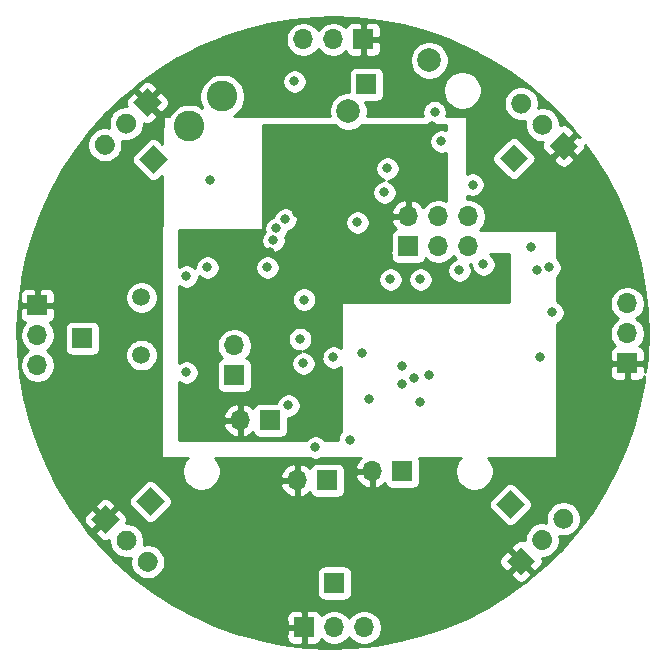
<source format=gbr>
%TF.GenerationSoftware,KiCad,Pcbnew,(5.1.6-0-10_14)*%
%TF.CreationDate,2021-08-24T22:52:38-05:00*%
%TF.ProjectId,led_lights,6c65645f-6c69-4676-9874-732e6b696361,rev?*%
%TF.SameCoordinates,Original*%
%TF.FileFunction,Copper,L3,Inr*%
%TF.FilePolarity,Positive*%
%FSLAX46Y46*%
G04 Gerber Fmt 4.6, Leading zero omitted, Abs format (unit mm)*
G04 Created by KiCad (PCBNEW (5.1.6-0-10_14)) date 2021-08-24 22:52:38*
%MOMM*%
%LPD*%
G01*
G04 APERTURE LIST*
%TA.AperFunction,ViaPad*%
%ADD10C,0.100000*%
%TD*%
%TA.AperFunction,ViaPad*%
%ADD11R,1.700000X1.700000*%
%TD*%
%TA.AperFunction,ViaPad*%
%ADD12O,1.700000X1.700000*%
%TD*%
%TA.AperFunction,ViaPad*%
%ADD13C,1.500000*%
%TD*%
%TA.AperFunction,ViaPad*%
%ADD14C,2.600000*%
%TD*%
%TA.AperFunction,ViaPad*%
%ADD15C,2.000000*%
%TD*%
%TA.AperFunction,ViaPad*%
%ADD16C,0.800000*%
%TD*%
%TA.AperFunction,Conductor*%
%ADD17C,0.254000*%
%TD*%
G04 APERTURE END LIST*
%TO.N,GND*%
%TO.C,J12*%
%TA.AperFunction,ViaPad*%
G36*
G01*
X210564990Y130547092D02*
X210564990Y130547092D01*
G75*
G02*
X210564990Y129345010I-601041J-601041D01*
G01*
X210564990Y129345010D01*
G75*
G02*
X209362908Y129345010I-601041J601041D01*
G01*
X209362908Y129345010D01*
G75*
G02*
X209362908Y130547092I601041J601041D01*
G01*
X209362908Y130547092D01*
G75*
G02*
X210564990Y130547092I601041J-601041D01*
G01*
G37*
%TD.AperFunction*%
%TO.N,Net-(J12-Pad2)*%
%TA.AperFunction,ViaPad*%
G36*
G01*
X212361041Y128751041D02*
X212361041Y128751041D01*
G75*
G02*
X212361041Y127548959I-601041J-601041D01*
G01*
X212361041Y127548959D01*
G75*
G02*
X211158959Y127548959I-601041J601041D01*
G01*
X211158959Y127548959D01*
G75*
G02*
X211158959Y128751041I601041J601041D01*
G01*
X211158959Y128751041D01*
G75*
G02*
X212361041Y128751041I601041J-601041D01*
G01*
G37*
%TD.AperFunction*%
%TA.AperFunction,ViaPad*%
D10*
%TO.N,/SYS_5V*%
G36*
X213556051Y127556031D02*
G01*
X214758133Y126353949D01*
X213556051Y125151867D01*
X212353969Y126353949D01*
X213556051Y127556031D01*
G37*
%TD.AperFunction*%
%TD*%
D11*
%TO.N,/SYS_5V*%
%TO.C,J11*%
X196596000Y135382000D03*
D12*
%TO.N,Net-(J11-Pad2)*%
X194056000Y135382000D03*
%TO.N,GND*%
X191516000Y135382000D03*
%TD*%
%TA.AperFunction,ViaPad*%
D10*
%TO.N,/SYS_5V*%
%TO.C,J10*%
G36*
X177105918Y130048000D02*
G01*
X178308000Y131250082D01*
X179510082Y130048000D01*
X178308000Y128845918D01*
X177105918Y130048000D01*
G37*
%TD.AperFunction*%
%TO.N,Net-(J10-Pad2)*%
%TA.AperFunction,ViaPad*%
G36*
G01*
X175910908Y128852990D02*
X175910908Y128852990D01*
G75*
G02*
X177112990Y128852990I601041J-601041D01*
G01*
X177112990Y128852990D01*
G75*
G02*
X177112990Y127650908I-601041J-601041D01*
G01*
X177112990Y127650908D01*
G75*
G02*
X175910908Y127650908I-601041J601041D01*
G01*
X175910908Y127650908D01*
G75*
G02*
X175910908Y128852990I601041J601041D01*
G01*
G37*
%TD.AperFunction*%
%TO.N,GND*%
%TA.AperFunction,ViaPad*%
G36*
G01*
X174114857Y127056939D02*
X174114857Y127056939D01*
G75*
G02*
X175316939Y127056939I601041J-601041D01*
G01*
X175316939Y127056939D01*
G75*
G02*
X175316939Y125854857I-601041J-601041D01*
G01*
X175316939Y125854857D01*
G75*
G02*
X174114857Y125854857I-601041J601041D01*
G01*
X174114857Y125854857D01*
G75*
G02*
X174114857Y127056939I601041J601041D01*
G01*
G37*
%TD.AperFunction*%
%TD*%
D12*
%TO.N,GND*%
%TO.C,J7*%
X169006000Y107790000D03*
%TO.N,Net-(J18-Pad1)*%
X169006000Y110330000D03*
D11*
%TO.N,/SYS_5V*%
X169006000Y112870000D03*
%TD*%
%TO.N,GND*%
%TO.C,J4*%
%TA.AperFunction,ViaPad*%
G36*
G01*
X177743061Y90548857D02*
X177743061Y90548857D01*
G75*
G02*
X177743061Y91750939I601041J601041D01*
G01*
X177743061Y91750939D01*
G75*
G02*
X178945143Y91750939I601041J-601041D01*
G01*
X178945143Y91750939D01*
G75*
G02*
X178945143Y90548857I-601041J-601041D01*
G01*
X178945143Y90548857D01*
G75*
G02*
X177743061Y90548857I-601041J601041D01*
G01*
G37*
%TD.AperFunction*%
%TO.N,Net-(J15-Pad1)*%
%TA.AperFunction,ViaPad*%
G36*
G01*
X175947010Y92344908D02*
X175947010Y92344908D01*
G75*
G02*
X175947010Y93546990I601041J601041D01*
G01*
X175947010Y93546990D01*
G75*
G02*
X177149092Y93546990I601041J-601041D01*
G01*
X177149092Y93546990D01*
G75*
G02*
X177149092Y92344908I-601041J-601041D01*
G01*
X177149092Y92344908D01*
G75*
G02*
X175947010Y92344908I-601041J601041D01*
G01*
G37*
%TD.AperFunction*%
%TA.AperFunction,ViaPad*%
D10*
%TO.N,/SYS_5V*%
G36*
X174752000Y93539918D02*
G01*
X173549918Y94742000D01*
X174752000Y95944082D01*
X175954082Y94742000D01*
X174752000Y93539918D01*
G37*
%TD.AperFunction*%
%TD*%
%TO.N,GND*%
%TO.C,J1*%
%TA.AperFunction,ViaPad*%
G36*
G01*
X214133143Y94191061D02*
X214133143Y94191061D01*
G75*
G02*
X212931061Y94191061I-601041J601041D01*
G01*
X212931061Y94191061D01*
G75*
G02*
X212931061Y95393143I601041J601041D01*
G01*
X212931061Y95393143D01*
G75*
G02*
X214133143Y95393143I601041J-601041D01*
G01*
X214133143Y95393143D01*
G75*
G02*
X214133143Y94191061I-601041J-601041D01*
G01*
G37*
%TD.AperFunction*%
%TO.N,Net-(J1-Pad2)*%
%TA.AperFunction,ViaPad*%
G36*
G01*
X212337092Y92395010D02*
X212337092Y92395010D01*
G75*
G02*
X211135010Y92395010I-601041J601041D01*
G01*
X211135010Y92395010D01*
G75*
G02*
X211135010Y93597092I601041J601041D01*
G01*
X211135010Y93597092D01*
G75*
G02*
X212337092Y93597092I601041J-601041D01*
G01*
X212337092Y93597092D01*
G75*
G02*
X212337092Y92395010I-601041J-601041D01*
G01*
G37*
%TD.AperFunction*%
%TA.AperFunction,ViaPad*%
%TO.N,/SYS_5V*%
G36*
X211142082Y91200000D02*
G01*
X209940000Y89997918D01*
X208737918Y91200000D01*
X209940000Y92402082D01*
X211142082Y91200000D01*
G37*
%TD.AperFunction*%
%TD*%
D11*
%TO.N,/SYS_5V*%
%TO.C,J3*%
X191580000Y85598000D03*
D12*
%TO.N,Net-(J14-Pad1)*%
X194120000Y85598000D03*
%TO.N,GND*%
X196660000Y85598000D03*
%TD*%
%TO.N,GND*%
%TO.C,J8*%
X218948000Y113030000D03*
%TO.N,/LED_STRIP_OUT_0*%
X218948000Y110490000D03*
D11*
%TO.N,/SYS_5V*%
X218948000Y107950000D03*
%TD*%
D12*
%TO.N,/SYS_5V*%
%TO.C,J5*%
X191008000Y98044000D03*
D11*
%TO.N,Net-(J5-Pad1)*%
X193548000Y98044000D03*
%TD*%
%TO.N,Net-(J6-Pad1)*%
%TO.C,J6*%
X199898000Y98806000D03*
D12*
%TO.N,/SYS_5V*%
X197358000Y98806000D03*
%TD*%
D11*
%TO.N,GND*%
%TO.C,J23*%
X185674000Y106934000D03*
D12*
%TO.N,/NRST*%
X185674000Y109474000D03*
%TD*%
%TO.N,VCC*%
%TO.C,J24*%
X186182000Y103124000D03*
D11*
%TO.N,Net-(J24-Pad1)*%
X188722000Y103124000D03*
%TD*%
D13*
%TO.N,/XTAL1_HI*%
%TO.C,Y2*%
X177800000Y113538000D03*
%TO.N,/XTAL2_HI*%
X177800000Y108658000D03*
%TD*%
%TA.AperFunction,ViaPad*%
D10*
%TO.N,Net-(J1-Pad2)*%
%TO.C,J13*%
G36*
X209042000Y97214082D02*
G01*
X210244082Y96012000D01*
X209042000Y94809918D01*
X207839918Y96012000D01*
X209042000Y97214082D01*
G37*
%TD.AperFunction*%
%TD*%
D11*
%TO.N,Net-(J14-Pad1)*%
%TO.C,J14*%
X194150000Y89356000D03*
%TD*%
%TA.AperFunction,ViaPad*%
D10*
%TO.N,Net-(J15-Pad1)*%
%TO.C,J15*%
G36*
X179764082Y96266000D02*
G01*
X178562000Y95063918D01*
X177359918Y96266000D01*
X178562000Y97468082D01*
X179764082Y96266000D01*
G37*
%TD.AperFunction*%
%TD*%
%TA.AperFunction,ViaPad*%
%TO.N,Net-(J10-Pad2)*%
%TO.C,J16*%
G36*
X177613918Y125222000D02*
G01*
X178816000Y126424082D01*
X180018082Y125222000D01*
X178816000Y124019918D01*
X177613918Y125222000D01*
G37*
%TD.AperFunction*%
%TD*%
%TA.AperFunction,ViaPad*%
%TO.N,Net-(J12-Pad2)*%
%TO.C,J17*%
G36*
X209340000Y126512082D02*
G01*
X210542082Y125310000D01*
X209340000Y124107918D01*
X208137918Y125310000D01*
X209340000Y126512082D01*
G37*
%TD.AperFunction*%
%TD*%
D11*
%TO.N,Net-(J18-Pad1)*%
%TO.C,J18*%
X172816000Y110076000D03*
%TD*%
%TO.N,Net-(J11-Pad2)*%
%TO.C,J19*%
X196850000Y131572000D03*
%TD*%
D14*
%TO.N,/VIN*%
%TO.C,J2*%
X184658000Y130556000D03*
%TD*%
%TO.N,GND*%
%TO.C,J9*%
X181864000Y128016000D03*
%TD*%
D11*
%TO.N,/SYS_5V*%
%TO.C,J21*%
X200406000Y117856000D03*
D12*
%TO.N,VCC*%
X200406000Y120396000D03*
%TO.N,/ST_SWDIO*%
X202946000Y117856000D03*
%TO.N,/ST_SWCLK*%
X202946000Y120396000D03*
%TO.N,/NRST*%
X205486000Y117856000D03*
%TO.N,GND*%
X205486000Y120396000D03*
%TD*%
D15*
%TO.N,GND*%
X202184000Y133604000D03*
D16*
X183388000Y116078000D03*
X188468000Y116078000D03*
D15*
X195326000Y129286000D03*
D16*
X181610000Y115316000D03*
X181610000Y107188000D03*
X191576990Y113344990D03*
X191250000Y109994000D03*
X199898000Y106172000D03*
X192532000Y100838000D03*
X195453000Y101473000D03*
X203200000Y126746000D03*
X210797000Y117833000D03*
X212344000Y116078000D03*
X211582000Y108458000D03*
X188976000Y118364000D03*
X197104000Y104902000D03*
D15*
%TO.N,/SYS_5V*%
X176530000Y119380000D03*
D16*
X211328000Y115824000D03*
X214122000Y112776000D03*
D15*
%TO.N,VCC*%
X192024000Y125730000D03*
X198628000Y126746000D03*
D16*
X191008000Y120650000D03*
X187325000Y108331000D03*
X205983000Y114554000D03*
X202438000Y128016000D03*
X201422000Y104648000D03*
X188722000Y117348000D03*
X208534000Y116586000D03*
X203454000Y115806000D03*
X192843002Y108515002D03*
%TO.N,/LED_STRIP_OUT_0*%
X212598000Y112268000D03*
%TO.N,/NRST*%
X201422000Y115062000D03*
X198882000Y115062000D03*
%TO.N,/LED_STRIP_OUT_6*%
X190754000Y131826000D03*
X202629205Y129223205D03*
%TO.N,/LED_STRIP_OUT_5*%
X205849718Y123080282D03*
X183642000Y123444000D03*
%TO.N,/ST_SCL*%
X198374000Y122428000D03*
X198628000Y124460000D03*
%TO.N,/ST_LED_OUT_2*%
X206756000Y116332000D03*
X189992000Y120142000D03*
%TO.N,/ST_LED_OUT_3*%
X204724000Y115824000D03*
X189230000Y119380000D03*
%TO.N,/ST_LED_OUT_4*%
X190246000Y104394000D03*
X191516000Y107950000D03*
X196469000Y108839000D03*
X199898000Y107696000D03*
%TO.N,/ST_LED_OUT_6*%
X196088000Y119888000D03*
X200914000Y106680000D03*
%TO.N,/LVL_SHIFTER_EN*%
X194056000Y108458000D03*
X202184000Y106934000D03*
%TD*%
D17*
%TO.N,/SYS_5V*%
G36*
X181610013Y99848252D02*
G01*
X181431082Y99580463D01*
X181307832Y99282912D01*
X181245000Y98967033D01*
X181245000Y98644967D01*
X181307832Y98329088D01*
X181431082Y98031537D01*
X181610013Y97763748D01*
X181837748Y97536013D01*
X182105537Y97357082D01*
X182403088Y97233832D01*
X182718967Y97171000D01*
X183041033Y97171000D01*
X183356912Y97233832D01*
X183654463Y97357082D01*
X183922252Y97536013D01*
X184073348Y97687109D01*
X189566519Y97687109D01*
X189663843Y97412748D01*
X189812822Y97162645D01*
X190007731Y96946412D01*
X190241080Y96772359D01*
X190503901Y96647175D01*
X190651110Y96602524D01*
X190881000Y96723845D01*
X190881000Y97917000D01*
X189687186Y97917000D01*
X189566519Y97687109D01*
X184073348Y97687109D01*
X184149987Y97763748D01*
X184328918Y98031537D01*
X184452168Y98329088D01*
X184466450Y98400891D01*
X189566519Y98400891D01*
X189687186Y98171000D01*
X190881000Y98171000D01*
X190881000Y99364155D01*
X191135000Y99364155D01*
X191135000Y98171000D01*
X191155000Y98171000D01*
X191155000Y97917000D01*
X191135000Y97917000D01*
X191135000Y96723845D01*
X191364890Y96602524D01*
X191512099Y96647175D01*
X191774920Y96772359D01*
X192008269Y96946412D01*
X192084034Y97030466D01*
X192108498Y96949820D01*
X192167463Y96839506D01*
X192246815Y96742815D01*
X192343506Y96663463D01*
X192453820Y96604498D01*
X192573518Y96568188D01*
X192698000Y96555928D01*
X194398000Y96555928D01*
X194522482Y96568188D01*
X194642180Y96604498D01*
X194752494Y96663463D01*
X194849185Y96742815D01*
X194928537Y96839506D01*
X194987502Y96949820D01*
X195023812Y97069518D01*
X195036072Y97194000D01*
X195036072Y98449109D01*
X195916519Y98449109D01*
X196013843Y98174748D01*
X196162822Y97924645D01*
X196357731Y97708412D01*
X196591080Y97534359D01*
X196853901Y97409175D01*
X197001110Y97364524D01*
X197231000Y97485845D01*
X197231000Y98679000D01*
X196037186Y98679000D01*
X195916519Y98449109D01*
X195036072Y98449109D01*
X195036072Y98894000D01*
X195023812Y99018482D01*
X194987502Y99138180D01*
X194928537Y99248494D01*
X194849185Y99345185D01*
X194752494Y99424537D01*
X194642180Y99483502D01*
X194522482Y99519812D01*
X194398000Y99532072D01*
X192698000Y99532072D01*
X192573518Y99519812D01*
X192453820Y99483502D01*
X192343506Y99424537D01*
X192246815Y99345185D01*
X192167463Y99248494D01*
X192108498Y99138180D01*
X192084034Y99057534D01*
X192008269Y99141588D01*
X191774920Y99315641D01*
X191512099Y99440825D01*
X191364890Y99485476D01*
X191135000Y99364155D01*
X190881000Y99364155D01*
X190651110Y99485476D01*
X190503901Y99440825D01*
X190241080Y99315641D01*
X190007731Y99141588D01*
X189812822Y98925355D01*
X189663843Y98675252D01*
X189566519Y98400891D01*
X184466450Y98400891D01*
X184515000Y98644967D01*
X184515000Y98967033D01*
X184452168Y99282912D01*
X184328918Y99580463D01*
X184149987Y99848252D01*
X184049239Y99949000D01*
X191999532Y99949000D01*
X192041744Y99920795D01*
X192230102Y99842774D01*
X192430061Y99803000D01*
X192633939Y99803000D01*
X192833898Y99842774D01*
X193022256Y99920795D01*
X193064468Y99949000D01*
X196418614Y99949000D01*
X196357731Y99903588D01*
X196162822Y99687355D01*
X196013843Y99437252D01*
X195916519Y99162891D01*
X196037186Y98933000D01*
X197231000Y98933000D01*
X197231000Y98953000D01*
X197485000Y98953000D01*
X197485000Y98933000D01*
X197505000Y98933000D01*
X197505000Y98679000D01*
X197485000Y98679000D01*
X197485000Y97485845D01*
X197714890Y97364524D01*
X197862099Y97409175D01*
X198124920Y97534359D01*
X198358269Y97708412D01*
X198434034Y97792466D01*
X198458498Y97711820D01*
X198517463Y97601506D01*
X198596815Y97504815D01*
X198693506Y97425463D01*
X198803820Y97366498D01*
X198923518Y97330188D01*
X199048000Y97317928D01*
X200748000Y97317928D01*
X200872482Y97330188D01*
X200992180Y97366498D01*
X201102494Y97425463D01*
X201199185Y97504815D01*
X201278537Y97601506D01*
X201337502Y97711820D01*
X201373812Y97831518D01*
X201386072Y97956000D01*
X201386072Y99656000D01*
X201373812Y99780482D01*
X201337502Y99900180D01*
X201311407Y99949000D01*
X204824761Y99949000D01*
X204724013Y99848252D01*
X204545082Y99580463D01*
X204421832Y99282912D01*
X204359000Y98967033D01*
X204359000Y98644967D01*
X204421832Y98329088D01*
X204545082Y98031537D01*
X204724013Y97763748D01*
X204951748Y97536013D01*
X205219537Y97357082D01*
X205517088Y97233832D01*
X205832967Y97171000D01*
X206155033Y97171000D01*
X206470912Y97233832D01*
X206768463Y97357082D01*
X207036252Y97536013D01*
X207263987Y97763748D01*
X207442918Y98031537D01*
X207566168Y98329088D01*
X207629000Y98644967D01*
X207629000Y98967033D01*
X207566168Y99282912D01*
X207442918Y99580463D01*
X207263987Y99848252D01*
X207163239Y99949000D01*
X218439103Y99949000D01*
X217947538Y98840144D01*
X217001340Y97076090D01*
X215925533Y95387936D01*
X214726172Y93785188D01*
X213410024Y92276891D01*
X211984476Y90871507D01*
X210457593Y89576986D01*
X208837921Y88400576D01*
X207134619Y87348926D01*
X205357257Y86427947D01*
X203515829Y85642819D01*
X201620734Y84997975D01*
X199682621Y84497037D01*
X197712389Y84142823D01*
X195721170Y83937336D01*
X193720137Y83881724D01*
X191720558Y83976304D01*
X189733706Y84220544D01*
X187770765Y84613067D01*
X187287753Y84748000D01*
X190091928Y84748000D01*
X190104188Y84623518D01*
X190140498Y84503820D01*
X190199463Y84393506D01*
X190278815Y84296815D01*
X190375506Y84217463D01*
X190485820Y84158498D01*
X190605518Y84122188D01*
X190730000Y84109928D01*
X191294250Y84113000D01*
X191453000Y84271750D01*
X191453000Y85471000D01*
X190253750Y85471000D01*
X190095000Y85312250D01*
X190091928Y84748000D01*
X187287753Y84748000D01*
X185842781Y85151663D01*
X183960598Y85833304D01*
X182593353Y86448000D01*
X190091928Y86448000D01*
X190095000Y85883750D01*
X190253750Y85725000D01*
X191453000Y85725000D01*
X191453000Y86924250D01*
X191707000Y86924250D01*
X191707000Y85725000D01*
X191727000Y85725000D01*
X191727000Y85471000D01*
X191707000Y85471000D01*
X191707000Y84271750D01*
X191865750Y84113000D01*
X192430000Y84109928D01*
X192554482Y84122188D01*
X192674180Y84158498D01*
X192784494Y84217463D01*
X192881185Y84296815D01*
X192960537Y84393506D01*
X193019502Y84503820D01*
X193041513Y84576380D01*
X193173368Y84444525D01*
X193416589Y84282010D01*
X193686842Y84170068D01*
X193973740Y84113000D01*
X194266260Y84113000D01*
X194553158Y84170068D01*
X194823411Y84282010D01*
X195066632Y84444525D01*
X195273475Y84651368D01*
X195390000Y84825760D01*
X195506525Y84651368D01*
X195713368Y84444525D01*
X195956589Y84282010D01*
X196226842Y84170068D01*
X196513740Y84113000D01*
X196806260Y84113000D01*
X197093158Y84170068D01*
X197363411Y84282010D01*
X197606632Y84444525D01*
X197813475Y84651368D01*
X197975990Y84894589D01*
X198087932Y85164842D01*
X198145000Y85451740D01*
X198145000Y85744260D01*
X198087932Y86031158D01*
X197975990Y86301411D01*
X197813475Y86544632D01*
X197606632Y86751475D01*
X197363411Y86913990D01*
X197093158Y87025932D01*
X196806260Y87083000D01*
X196513740Y87083000D01*
X196226842Y87025932D01*
X195956589Y86913990D01*
X195713368Y86751475D01*
X195506525Y86544632D01*
X195390000Y86370240D01*
X195273475Y86544632D01*
X195066632Y86751475D01*
X194823411Y86913990D01*
X194553158Y87025932D01*
X194266260Y87083000D01*
X193973740Y87083000D01*
X193686842Y87025932D01*
X193416589Y86913990D01*
X193173368Y86751475D01*
X193041513Y86619620D01*
X193019502Y86692180D01*
X192960537Y86802494D01*
X192881185Y86899185D01*
X192784494Y86978537D01*
X192674180Y87037502D01*
X192554482Y87073812D01*
X192430000Y87086072D01*
X191865750Y87083000D01*
X191707000Y86924250D01*
X191453000Y86924250D01*
X191294250Y87083000D01*
X190730000Y87086072D01*
X190605518Y87073812D01*
X190485820Y87037502D01*
X190375506Y86978537D01*
X190278815Y86899185D01*
X190199463Y86802494D01*
X190140498Y86692180D01*
X190104188Y86572482D01*
X190091928Y86448000D01*
X182593353Y86448000D01*
X182134821Y86654150D01*
X180375727Y87609582D01*
X178693232Y88694213D01*
X177096792Y89901945D01*
X175595396Y91225981D01*
X174197514Y92658849D01*
X173312059Y93714397D01*
X173904002Y93714397D01*
X173904002Y93489891D01*
X174300815Y93088733D01*
X174397506Y93009380D01*
X174507820Y92950416D01*
X174627519Y92914107D01*
X174752000Y92901847D01*
X174876481Y92914107D01*
X174996180Y92950416D01*
X175063051Y92986159D01*
X175063051Y92799689D01*
X175120119Y92512791D01*
X175232061Y92242538D01*
X175394576Y91999317D01*
X175601419Y91792474D01*
X175844640Y91629959D01*
X176114893Y91518017D01*
X176401791Y91460949D01*
X176694311Y91460949D01*
X176900020Y91501867D01*
X176859102Y91296158D01*
X176859102Y91003638D01*
X176916170Y90716740D01*
X177028112Y90446487D01*
X177190627Y90203266D01*
X177397470Y89996423D01*
X177640691Y89833908D01*
X177910944Y89721966D01*
X178197842Y89664898D01*
X178490362Y89664898D01*
X178777260Y89721966D01*
X179047513Y89833908D01*
X179290734Y89996423D01*
X179497577Y90203266D01*
X179499403Y90206000D01*
X192661928Y90206000D01*
X192661928Y88506000D01*
X192674188Y88381518D01*
X192710498Y88261820D01*
X192769463Y88151506D01*
X192848815Y88054815D01*
X192945506Y87975463D01*
X193055820Y87916498D01*
X193175518Y87880188D01*
X193300000Y87867928D01*
X195000000Y87867928D01*
X195124482Y87880188D01*
X195244180Y87916498D01*
X195354494Y87975463D01*
X195451185Y88054815D01*
X195530537Y88151506D01*
X195589502Y88261820D01*
X195625812Y88381518D01*
X195638072Y88506000D01*
X195638072Y90172397D01*
X209092002Y90172397D01*
X209092002Y89947891D01*
X209488815Y89546733D01*
X209585506Y89467380D01*
X209695820Y89408416D01*
X209815519Y89372107D01*
X209940000Y89359847D01*
X210064481Y89372107D01*
X210184180Y89408416D01*
X210294494Y89467380D01*
X210391185Y89546733D01*
X210787998Y89947891D01*
X210787998Y90172397D01*
X209940000Y91020395D01*
X209092002Y90172397D01*
X195638072Y90172397D01*
X195638072Y90206000D01*
X195625812Y90330482D01*
X195589502Y90450180D01*
X195530537Y90560494D01*
X195451185Y90657185D01*
X195354494Y90736537D01*
X195244180Y90795502D01*
X195124482Y90831812D01*
X195000000Y90844072D01*
X193300000Y90844072D01*
X193175518Y90831812D01*
X193055820Y90795502D01*
X192945506Y90736537D01*
X192848815Y90657185D01*
X192769463Y90560494D01*
X192710498Y90450180D01*
X192674188Y90330482D01*
X192661928Y90206000D01*
X179499403Y90206000D01*
X179660092Y90446487D01*
X179772034Y90716740D01*
X179829102Y91003638D01*
X179829102Y91200000D01*
X208099847Y91200000D01*
X208112107Y91075519D01*
X208148416Y90955820D01*
X208207380Y90845506D01*
X208286733Y90748815D01*
X208687891Y90352002D01*
X208912397Y90352002D01*
X209760395Y91200000D01*
X208912397Y92047998D01*
X208687891Y92047998D01*
X208286733Y91651185D01*
X208207380Y91554494D01*
X208148416Y91444180D01*
X208112107Y91324481D01*
X208099847Y91200000D01*
X179829102Y91200000D01*
X179829102Y91296158D01*
X179772034Y91583056D01*
X179660092Y91853309D01*
X179497577Y92096530D01*
X179290734Y92303373D01*
X179068135Y92452109D01*
X209092002Y92452109D01*
X209092002Y92227603D01*
X209940000Y91379605D01*
X209954143Y91393748D01*
X210133748Y91214143D01*
X210119605Y91200000D01*
X210967603Y90352002D01*
X211192109Y90352002D01*
X211593267Y90748815D01*
X211672620Y90845506D01*
X211731584Y90955820D01*
X211767893Y91075519D01*
X211780153Y91200000D01*
X211767893Y91324481D01*
X211731584Y91444180D01*
X211695841Y91511051D01*
X211882311Y91511051D01*
X212169209Y91568119D01*
X212439462Y91680061D01*
X212682683Y91842576D01*
X212889526Y92049419D01*
X213052041Y92292640D01*
X213163983Y92562893D01*
X213221051Y92849791D01*
X213221051Y93142311D01*
X213180133Y93348020D01*
X213385842Y93307102D01*
X213678362Y93307102D01*
X213965260Y93364170D01*
X214235513Y93476112D01*
X214478734Y93638627D01*
X214685577Y93845470D01*
X214848092Y94088691D01*
X214960034Y94358944D01*
X215017102Y94645842D01*
X215017102Y94938362D01*
X214960034Y95225260D01*
X214848092Y95495513D01*
X214685577Y95738734D01*
X214478734Y95945577D01*
X214235513Y96108092D01*
X213965260Y96220034D01*
X213678362Y96277102D01*
X213385842Y96277102D01*
X213098944Y96220034D01*
X212828691Y96108092D01*
X212585470Y95945577D01*
X212378627Y95738734D01*
X212216112Y95495513D01*
X212104170Y95225260D01*
X212047102Y94938362D01*
X212047102Y94645842D01*
X212088020Y94440133D01*
X211882311Y94481051D01*
X211589791Y94481051D01*
X211302893Y94423983D01*
X211032640Y94312041D01*
X210789419Y94149526D01*
X210582576Y93942683D01*
X210420061Y93699462D01*
X210308119Y93429209D01*
X210251051Y93142311D01*
X210251051Y92955841D01*
X210184180Y92991584D01*
X210064481Y93027893D01*
X209940000Y93040153D01*
X209815519Y93027893D01*
X209695820Y92991584D01*
X209585506Y92932620D01*
X209488815Y92853267D01*
X209092002Y92452109D01*
X179068135Y92452109D01*
X179047513Y92465888D01*
X178777260Y92577830D01*
X178490362Y92634898D01*
X178197842Y92634898D01*
X177992133Y92593980D01*
X178033051Y92799689D01*
X178033051Y93092209D01*
X177975983Y93379107D01*
X177864041Y93649360D01*
X177701526Y93892581D01*
X177494683Y94099424D01*
X177251462Y94261939D01*
X176981209Y94373881D01*
X176694311Y94430949D01*
X176507841Y94430949D01*
X176543584Y94497820D01*
X176579893Y94617519D01*
X176592153Y94742000D01*
X176579893Y94866481D01*
X176543584Y94986180D01*
X176484620Y95096494D01*
X176405267Y95193185D01*
X176004109Y95589998D01*
X175779603Y95589998D01*
X174931605Y94742000D01*
X174945748Y94727858D01*
X174766143Y94548253D01*
X174752000Y94562395D01*
X173904002Y93714397D01*
X173312059Y93714397D01*
X172910993Y94192505D01*
X172516259Y94742000D01*
X172911847Y94742000D01*
X172924107Y94617519D01*
X172960416Y94497820D01*
X173019380Y94387506D01*
X173098733Y94290815D01*
X173499891Y93894002D01*
X173724397Y93894002D01*
X174572395Y94742000D01*
X173724397Y95589998D01*
X173499891Y95589998D01*
X173098733Y95193185D01*
X173019380Y95096494D01*
X172960416Y94986180D01*
X172924107Y94866481D01*
X172911847Y94742000D01*
X172516259Y94742000D01*
X171743086Y95818305D01*
X171635809Y95994109D01*
X173904002Y95994109D01*
X173904002Y95769603D01*
X174752000Y94921605D01*
X175599998Y95769603D01*
X175599998Y95994109D01*
X175331052Y96266000D01*
X176721846Y96266000D01*
X176734106Y96141518D01*
X176770416Y96021820D01*
X176829381Y95911506D01*
X176908733Y95814815D01*
X178110815Y94612733D01*
X178207506Y94533381D01*
X178317820Y94474416D01*
X178437518Y94438106D01*
X178562000Y94425846D01*
X178686482Y94438106D01*
X178806180Y94474416D01*
X178916494Y94533381D01*
X179013185Y94612733D01*
X180215267Y95814815D01*
X180294619Y95911506D01*
X180348335Y96012000D01*
X207201846Y96012000D01*
X207214106Y95887518D01*
X207250416Y95767820D01*
X207309381Y95657506D01*
X207388733Y95560815D01*
X208590815Y94358733D01*
X208687506Y94279381D01*
X208797820Y94220416D01*
X208917518Y94184106D01*
X209042000Y94171846D01*
X209166482Y94184106D01*
X209286180Y94220416D01*
X209396494Y94279381D01*
X209493185Y94358733D01*
X210695267Y95560815D01*
X210774619Y95657506D01*
X210833584Y95767820D01*
X210869894Y95887518D01*
X210882154Y96012000D01*
X210869894Y96136482D01*
X210833584Y96256180D01*
X210774619Y96366494D01*
X210695267Y96463185D01*
X209493185Y97665267D01*
X209396494Y97744619D01*
X209286180Y97803584D01*
X209166482Y97839894D01*
X209042000Y97852154D01*
X208917518Y97839894D01*
X208797820Y97803584D01*
X208687506Y97744619D01*
X208590815Y97665267D01*
X207388733Y96463185D01*
X207309381Y96366494D01*
X207250416Y96256180D01*
X207214106Y96136482D01*
X207201846Y96012000D01*
X180348335Y96012000D01*
X180353584Y96021820D01*
X180389894Y96141518D01*
X180402154Y96266000D01*
X180389894Y96390482D01*
X180353584Y96510180D01*
X180294619Y96620494D01*
X180215267Y96717185D01*
X179013185Y97919267D01*
X178916494Y97998619D01*
X178806180Y98057584D01*
X178686482Y98093894D01*
X178562000Y98106154D01*
X178437518Y98093894D01*
X178317820Y98057584D01*
X178207506Y97998619D01*
X178110815Y97919267D01*
X176908733Y96717185D01*
X176829381Y96620494D01*
X176770416Y96510180D01*
X176734106Y96390482D01*
X176721846Y96266000D01*
X175331052Y96266000D01*
X175203185Y96395267D01*
X175106494Y96474620D01*
X174996180Y96533584D01*
X174876481Y96569893D01*
X174752000Y96582153D01*
X174627519Y96569893D01*
X174507820Y96533584D01*
X174397506Y96474620D01*
X174300815Y96395267D01*
X173904002Y95994109D01*
X171635809Y95994109D01*
X170700368Y97527094D01*
X169788704Y99309261D01*
X169519889Y99949000D01*
X181710761Y99949000D01*
X181610013Y99848252D01*
G37*
X181610013Y99848252D02*
X181431082Y99580463D01*
X181307832Y99282912D01*
X181245000Y98967033D01*
X181245000Y98644967D01*
X181307832Y98329088D01*
X181431082Y98031537D01*
X181610013Y97763748D01*
X181837748Y97536013D01*
X182105537Y97357082D01*
X182403088Y97233832D01*
X182718967Y97171000D01*
X183041033Y97171000D01*
X183356912Y97233832D01*
X183654463Y97357082D01*
X183922252Y97536013D01*
X184073348Y97687109D01*
X189566519Y97687109D01*
X189663843Y97412748D01*
X189812822Y97162645D01*
X190007731Y96946412D01*
X190241080Y96772359D01*
X190503901Y96647175D01*
X190651110Y96602524D01*
X190881000Y96723845D01*
X190881000Y97917000D01*
X189687186Y97917000D01*
X189566519Y97687109D01*
X184073348Y97687109D01*
X184149987Y97763748D01*
X184328918Y98031537D01*
X184452168Y98329088D01*
X184466450Y98400891D01*
X189566519Y98400891D01*
X189687186Y98171000D01*
X190881000Y98171000D01*
X190881000Y99364155D01*
X191135000Y99364155D01*
X191135000Y98171000D01*
X191155000Y98171000D01*
X191155000Y97917000D01*
X191135000Y97917000D01*
X191135000Y96723845D01*
X191364890Y96602524D01*
X191512099Y96647175D01*
X191774920Y96772359D01*
X192008269Y96946412D01*
X192084034Y97030466D01*
X192108498Y96949820D01*
X192167463Y96839506D01*
X192246815Y96742815D01*
X192343506Y96663463D01*
X192453820Y96604498D01*
X192573518Y96568188D01*
X192698000Y96555928D01*
X194398000Y96555928D01*
X194522482Y96568188D01*
X194642180Y96604498D01*
X194752494Y96663463D01*
X194849185Y96742815D01*
X194928537Y96839506D01*
X194987502Y96949820D01*
X195023812Y97069518D01*
X195036072Y97194000D01*
X195036072Y98449109D01*
X195916519Y98449109D01*
X196013843Y98174748D01*
X196162822Y97924645D01*
X196357731Y97708412D01*
X196591080Y97534359D01*
X196853901Y97409175D01*
X197001110Y97364524D01*
X197231000Y97485845D01*
X197231000Y98679000D01*
X196037186Y98679000D01*
X195916519Y98449109D01*
X195036072Y98449109D01*
X195036072Y98894000D01*
X195023812Y99018482D01*
X194987502Y99138180D01*
X194928537Y99248494D01*
X194849185Y99345185D01*
X194752494Y99424537D01*
X194642180Y99483502D01*
X194522482Y99519812D01*
X194398000Y99532072D01*
X192698000Y99532072D01*
X192573518Y99519812D01*
X192453820Y99483502D01*
X192343506Y99424537D01*
X192246815Y99345185D01*
X192167463Y99248494D01*
X192108498Y99138180D01*
X192084034Y99057534D01*
X192008269Y99141588D01*
X191774920Y99315641D01*
X191512099Y99440825D01*
X191364890Y99485476D01*
X191135000Y99364155D01*
X190881000Y99364155D01*
X190651110Y99485476D01*
X190503901Y99440825D01*
X190241080Y99315641D01*
X190007731Y99141588D01*
X189812822Y98925355D01*
X189663843Y98675252D01*
X189566519Y98400891D01*
X184466450Y98400891D01*
X184515000Y98644967D01*
X184515000Y98967033D01*
X184452168Y99282912D01*
X184328918Y99580463D01*
X184149987Y99848252D01*
X184049239Y99949000D01*
X191999532Y99949000D01*
X192041744Y99920795D01*
X192230102Y99842774D01*
X192430061Y99803000D01*
X192633939Y99803000D01*
X192833898Y99842774D01*
X193022256Y99920795D01*
X193064468Y99949000D01*
X196418614Y99949000D01*
X196357731Y99903588D01*
X196162822Y99687355D01*
X196013843Y99437252D01*
X195916519Y99162891D01*
X196037186Y98933000D01*
X197231000Y98933000D01*
X197231000Y98953000D01*
X197485000Y98953000D01*
X197485000Y98933000D01*
X197505000Y98933000D01*
X197505000Y98679000D01*
X197485000Y98679000D01*
X197485000Y97485845D01*
X197714890Y97364524D01*
X197862099Y97409175D01*
X198124920Y97534359D01*
X198358269Y97708412D01*
X198434034Y97792466D01*
X198458498Y97711820D01*
X198517463Y97601506D01*
X198596815Y97504815D01*
X198693506Y97425463D01*
X198803820Y97366498D01*
X198923518Y97330188D01*
X199048000Y97317928D01*
X200748000Y97317928D01*
X200872482Y97330188D01*
X200992180Y97366498D01*
X201102494Y97425463D01*
X201199185Y97504815D01*
X201278537Y97601506D01*
X201337502Y97711820D01*
X201373812Y97831518D01*
X201386072Y97956000D01*
X201386072Y99656000D01*
X201373812Y99780482D01*
X201337502Y99900180D01*
X201311407Y99949000D01*
X204824761Y99949000D01*
X204724013Y99848252D01*
X204545082Y99580463D01*
X204421832Y99282912D01*
X204359000Y98967033D01*
X204359000Y98644967D01*
X204421832Y98329088D01*
X204545082Y98031537D01*
X204724013Y97763748D01*
X204951748Y97536013D01*
X205219537Y97357082D01*
X205517088Y97233832D01*
X205832967Y97171000D01*
X206155033Y97171000D01*
X206470912Y97233832D01*
X206768463Y97357082D01*
X207036252Y97536013D01*
X207263987Y97763748D01*
X207442918Y98031537D01*
X207566168Y98329088D01*
X207629000Y98644967D01*
X207629000Y98967033D01*
X207566168Y99282912D01*
X207442918Y99580463D01*
X207263987Y99848252D01*
X207163239Y99949000D01*
X218439103Y99949000D01*
X217947538Y98840144D01*
X217001340Y97076090D01*
X215925533Y95387936D01*
X214726172Y93785188D01*
X213410024Y92276891D01*
X211984476Y90871507D01*
X210457593Y89576986D01*
X208837921Y88400576D01*
X207134619Y87348926D01*
X205357257Y86427947D01*
X203515829Y85642819D01*
X201620734Y84997975D01*
X199682621Y84497037D01*
X197712389Y84142823D01*
X195721170Y83937336D01*
X193720137Y83881724D01*
X191720558Y83976304D01*
X189733706Y84220544D01*
X187770765Y84613067D01*
X187287753Y84748000D01*
X190091928Y84748000D01*
X190104188Y84623518D01*
X190140498Y84503820D01*
X190199463Y84393506D01*
X190278815Y84296815D01*
X190375506Y84217463D01*
X190485820Y84158498D01*
X190605518Y84122188D01*
X190730000Y84109928D01*
X191294250Y84113000D01*
X191453000Y84271750D01*
X191453000Y85471000D01*
X190253750Y85471000D01*
X190095000Y85312250D01*
X190091928Y84748000D01*
X187287753Y84748000D01*
X185842781Y85151663D01*
X183960598Y85833304D01*
X182593353Y86448000D01*
X190091928Y86448000D01*
X190095000Y85883750D01*
X190253750Y85725000D01*
X191453000Y85725000D01*
X191453000Y86924250D01*
X191707000Y86924250D01*
X191707000Y85725000D01*
X191727000Y85725000D01*
X191727000Y85471000D01*
X191707000Y85471000D01*
X191707000Y84271750D01*
X191865750Y84113000D01*
X192430000Y84109928D01*
X192554482Y84122188D01*
X192674180Y84158498D01*
X192784494Y84217463D01*
X192881185Y84296815D01*
X192960537Y84393506D01*
X193019502Y84503820D01*
X193041513Y84576380D01*
X193173368Y84444525D01*
X193416589Y84282010D01*
X193686842Y84170068D01*
X193973740Y84113000D01*
X194266260Y84113000D01*
X194553158Y84170068D01*
X194823411Y84282010D01*
X195066632Y84444525D01*
X195273475Y84651368D01*
X195390000Y84825760D01*
X195506525Y84651368D01*
X195713368Y84444525D01*
X195956589Y84282010D01*
X196226842Y84170068D01*
X196513740Y84113000D01*
X196806260Y84113000D01*
X197093158Y84170068D01*
X197363411Y84282010D01*
X197606632Y84444525D01*
X197813475Y84651368D01*
X197975990Y84894589D01*
X198087932Y85164842D01*
X198145000Y85451740D01*
X198145000Y85744260D01*
X198087932Y86031158D01*
X197975990Y86301411D01*
X197813475Y86544632D01*
X197606632Y86751475D01*
X197363411Y86913990D01*
X197093158Y87025932D01*
X196806260Y87083000D01*
X196513740Y87083000D01*
X196226842Y87025932D01*
X195956589Y86913990D01*
X195713368Y86751475D01*
X195506525Y86544632D01*
X195390000Y86370240D01*
X195273475Y86544632D01*
X195066632Y86751475D01*
X194823411Y86913990D01*
X194553158Y87025932D01*
X194266260Y87083000D01*
X193973740Y87083000D01*
X193686842Y87025932D01*
X193416589Y86913990D01*
X193173368Y86751475D01*
X193041513Y86619620D01*
X193019502Y86692180D01*
X192960537Y86802494D01*
X192881185Y86899185D01*
X192784494Y86978537D01*
X192674180Y87037502D01*
X192554482Y87073812D01*
X192430000Y87086072D01*
X191865750Y87083000D01*
X191707000Y86924250D01*
X191453000Y86924250D01*
X191294250Y87083000D01*
X190730000Y87086072D01*
X190605518Y87073812D01*
X190485820Y87037502D01*
X190375506Y86978537D01*
X190278815Y86899185D01*
X190199463Y86802494D01*
X190140498Y86692180D01*
X190104188Y86572482D01*
X190091928Y86448000D01*
X182593353Y86448000D01*
X182134821Y86654150D01*
X180375727Y87609582D01*
X178693232Y88694213D01*
X177096792Y89901945D01*
X175595396Y91225981D01*
X174197514Y92658849D01*
X173312059Y93714397D01*
X173904002Y93714397D01*
X173904002Y93489891D01*
X174300815Y93088733D01*
X174397506Y93009380D01*
X174507820Y92950416D01*
X174627519Y92914107D01*
X174752000Y92901847D01*
X174876481Y92914107D01*
X174996180Y92950416D01*
X175063051Y92986159D01*
X175063051Y92799689D01*
X175120119Y92512791D01*
X175232061Y92242538D01*
X175394576Y91999317D01*
X175601419Y91792474D01*
X175844640Y91629959D01*
X176114893Y91518017D01*
X176401791Y91460949D01*
X176694311Y91460949D01*
X176900020Y91501867D01*
X176859102Y91296158D01*
X176859102Y91003638D01*
X176916170Y90716740D01*
X177028112Y90446487D01*
X177190627Y90203266D01*
X177397470Y89996423D01*
X177640691Y89833908D01*
X177910944Y89721966D01*
X178197842Y89664898D01*
X178490362Y89664898D01*
X178777260Y89721966D01*
X179047513Y89833908D01*
X179290734Y89996423D01*
X179497577Y90203266D01*
X179499403Y90206000D01*
X192661928Y90206000D01*
X192661928Y88506000D01*
X192674188Y88381518D01*
X192710498Y88261820D01*
X192769463Y88151506D01*
X192848815Y88054815D01*
X192945506Y87975463D01*
X193055820Y87916498D01*
X193175518Y87880188D01*
X193300000Y87867928D01*
X195000000Y87867928D01*
X195124482Y87880188D01*
X195244180Y87916498D01*
X195354494Y87975463D01*
X195451185Y88054815D01*
X195530537Y88151506D01*
X195589502Y88261820D01*
X195625812Y88381518D01*
X195638072Y88506000D01*
X195638072Y90172397D01*
X209092002Y90172397D01*
X209092002Y89947891D01*
X209488815Y89546733D01*
X209585506Y89467380D01*
X209695820Y89408416D01*
X209815519Y89372107D01*
X209940000Y89359847D01*
X210064481Y89372107D01*
X210184180Y89408416D01*
X210294494Y89467380D01*
X210391185Y89546733D01*
X210787998Y89947891D01*
X210787998Y90172397D01*
X209940000Y91020395D01*
X209092002Y90172397D01*
X195638072Y90172397D01*
X195638072Y90206000D01*
X195625812Y90330482D01*
X195589502Y90450180D01*
X195530537Y90560494D01*
X195451185Y90657185D01*
X195354494Y90736537D01*
X195244180Y90795502D01*
X195124482Y90831812D01*
X195000000Y90844072D01*
X193300000Y90844072D01*
X193175518Y90831812D01*
X193055820Y90795502D01*
X192945506Y90736537D01*
X192848815Y90657185D01*
X192769463Y90560494D01*
X192710498Y90450180D01*
X192674188Y90330482D01*
X192661928Y90206000D01*
X179499403Y90206000D01*
X179660092Y90446487D01*
X179772034Y90716740D01*
X179829102Y91003638D01*
X179829102Y91200000D01*
X208099847Y91200000D01*
X208112107Y91075519D01*
X208148416Y90955820D01*
X208207380Y90845506D01*
X208286733Y90748815D01*
X208687891Y90352002D01*
X208912397Y90352002D01*
X209760395Y91200000D01*
X208912397Y92047998D01*
X208687891Y92047998D01*
X208286733Y91651185D01*
X208207380Y91554494D01*
X208148416Y91444180D01*
X208112107Y91324481D01*
X208099847Y91200000D01*
X179829102Y91200000D01*
X179829102Y91296158D01*
X179772034Y91583056D01*
X179660092Y91853309D01*
X179497577Y92096530D01*
X179290734Y92303373D01*
X179068135Y92452109D01*
X209092002Y92452109D01*
X209092002Y92227603D01*
X209940000Y91379605D01*
X209954143Y91393748D01*
X210133748Y91214143D01*
X210119605Y91200000D01*
X210967603Y90352002D01*
X211192109Y90352002D01*
X211593267Y90748815D01*
X211672620Y90845506D01*
X211731584Y90955820D01*
X211767893Y91075519D01*
X211780153Y91200000D01*
X211767893Y91324481D01*
X211731584Y91444180D01*
X211695841Y91511051D01*
X211882311Y91511051D01*
X212169209Y91568119D01*
X212439462Y91680061D01*
X212682683Y91842576D01*
X212889526Y92049419D01*
X213052041Y92292640D01*
X213163983Y92562893D01*
X213221051Y92849791D01*
X213221051Y93142311D01*
X213180133Y93348020D01*
X213385842Y93307102D01*
X213678362Y93307102D01*
X213965260Y93364170D01*
X214235513Y93476112D01*
X214478734Y93638627D01*
X214685577Y93845470D01*
X214848092Y94088691D01*
X214960034Y94358944D01*
X215017102Y94645842D01*
X215017102Y94938362D01*
X214960034Y95225260D01*
X214848092Y95495513D01*
X214685577Y95738734D01*
X214478734Y95945577D01*
X214235513Y96108092D01*
X213965260Y96220034D01*
X213678362Y96277102D01*
X213385842Y96277102D01*
X213098944Y96220034D01*
X212828691Y96108092D01*
X212585470Y95945577D01*
X212378627Y95738734D01*
X212216112Y95495513D01*
X212104170Y95225260D01*
X212047102Y94938362D01*
X212047102Y94645842D01*
X212088020Y94440133D01*
X211882311Y94481051D01*
X211589791Y94481051D01*
X211302893Y94423983D01*
X211032640Y94312041D01*
X210789419Y94149526D01*
X210582576Y93942683D01*
X210420061Y93699462D01*
X210308119Y93429209D01*
X210251051Y93142311D01*
X210251051Y92955841D01*
X210184180Y92991584D01*
X210064481Y93027893D01*
X209940000Y93040153D01*
X209815519Y93027893D01*
X209695820Y92991584D01*
X209585506Y92932620D01*
X209488815Y92853267D01*
X209092002Y92452109D01*
X179068135Y92452109D01*
X179047513Y92465888D01*
X178777260Y92577830D01*
X178490362Y92634898D01*
X178197842Y92634898D01*
X177992133Y92593980D01*
X178033051Y92799689D01*
X178033051Y93092209D01*
X177975983Y93379107D01*
X177864041Y93649360D01*
X177701526Y93892581D01*
X177494683Y94099424D01*
X177251462Y94261939D01*
X176981209Y94373881D01*
X176694311Y94430949D01*
X176507841Y94430949D01*
X176543584Y94497820D01*
X176579893Y94617519D01*
X176592153Y94742000D01*
X176579893Y94866481D01*
X176543584Y94986180D01*
X176484620Y95096494D01*
X176405267Y95193185D01*
X176004109Y95589998D01*
X175779603Y95589998D01*
X174931605Y94742000D01*
X174945748Y94727858D01*
X174766143Y94548253D01*
X174752000Y94562395D01*
X173904002Y93714397D01*
X173312059Y93714397D01*
X172910993Y94192505D01*
X172516259Y94742000D01*
X172911847Y94742000D01*
X172924107Y94617519D01*
X172960416Y94497820D01*
X173019380Y94387506D01*
X173098733Y94290815D01*
X173499891Y93894002D01*
X173724397Y93894002D01*
X174572395Y94742000D01*
X173724397Y95589998D01*
X173499891Y95589998D01*
X173098733Y95193185D01*
X173019380Y95096494D01*
X172960416Y94986180D01*
X172924107Y94866481D01*
X172911847Y94742000D01*
X172516259Y94742000D01*
X171743086Y95818305D01*
X171635809Y95994109D01*
X173904002Y95994109D01*
X173904002Y95769603D01*
X174752000Y94921605D01*
X175599998Y95769603D01*
X175599998Y95994109D01*
X175331052Y96266000D01*
X176721846Y96266000D01*
X176734106Y96141518D01*
X176770416Y96021820D01*
X176829381Y95911506D01*
X176908733Y95814815D01*
X178110815Y94612733D01*
X178207506Y94533381D01*
X178317820Y94474416D01*
X178437518Y94438106D01*
X178562000Y94425846D01*
X178686482Y94438106D01*
X178806180Y94474416D01*
X178916494Y94533381D01*
X179013185Y94612733D01*
X180215267Y95814815D01*
X180294619Y95911506D01*
X180348335Y96012000D01*
X207201846Y96012000D01*
X207214106Y95887518D01*
X207250416Y95767820D01*
X207309381Y95657506D01*
X207388733Y95560815D01*
X208590815Y94358733D01*
X208687506Y94279381D01*
X208797820Y94220416D01*
X208917518Y94184106D01*
X209042000Y94171846D01*
X209166482Y94184106D01*
X209286180Y94220416D01*
X209396494Y94279381D01*
X209493185Y94358733D01*
X210695267Y95560815D01*
X210774619Y95657506D01*
X210833584Y95767820D01*
X210869894Y95887518D01*
X210882154Y96012000D01*
X210869894Y96136482D01*
X210833584Y96256180D01*
X210774619Y96366494D01*
X210695267Y96463185D01*
X209493185Y97665267D01*
X209396494Y97744619D01*
X209286180Y97803584D01*
X209166482Y97839894D01*
X209042000Y97852154D01*
X208917518Y97839894D01*
X208797820Y97803584D01*
X208687506Y97744619D01*
X208590815Y97665267D01*
X207388733Y96463185D01*
X207309381Y96366494D01*
X207250416Y96256180D01*
X207214106Y96136482D01*
X207201846Y96012000D01*
X180348335Y96012000D01*
X180353584Y96021820D01*
X180389894Y96141518D01*
X180402154Y96266000D01*
X180389894Y96390482D01*
X180353584Y96510180D01*
X180294619Y96620494D01*
X180215267Y96717185D01*
X179013185Y97919267D01*
X178916494Y97998619D01*
X178806180Y98057584D01*
X178686482Y98093894D01*
X178562000Y98106154D01*
X178437518Y98093894D01*
X178317820Y98057584D01*
X178207506Y97998619D01*
X178110815Y97919267D01*
X176908733Y96717185D01*
X176829381Y96620494D01*
X176770416Y96510180D01*
X176734106Y96390482D01*
X176721846Y96266000D01*
X175331052Y96266000D01*
X175203185Y96395267D01*
X175106494Y96474620D01*
X174996180Y96533584D01*
X174876481Y96569893D01*
X174752000Y96582153D01*
X174627519Y96569893D01*
X174507820Y96533584D01*
X174397506Y96474620D01*
X174300815Y96395267D01*
X173904002Y95994109D01*
X171635809Y95994109D01*
X170700368Y97527094D01*
X169788704Y99309261D01*
X169519889Y99949000D01*
X181710761Y99949000D01*
X181610013Y99848252D01*
G36*
X179451000Y97481452D02*
G01*
X179013185Y97919267D01*
X178916494Y97998619D01*
X178806180Y98057584D01*
X178686482Y98093894D01*
X178562000Y98106154D01*
X178437518Y98093894D01*
X178317820Y98057584D01*
X178207506Y97998619D01*
X178110815Y97919267D01*
X177346548Y97155000D01*
X170927423Y97155000D01*
X170700368Y97527094D01*
X169788704Y99309261D01*
X169013234Y101154762D01*
X168378321Y103053206D01*
X167887535Y104993926D01*
X167543644Y106965972D01*
X167348583Y108958253D01*
X167303451Y110959542D01*
X167359176Y112020000D01*
X167517928Y112020000D01*
X167530188Y111895518D01*
X167566498Y111775820D01*
X167625463Y111665506D01*
X167704815Y111568815D01*
X167801506Y111489463D01*
X167911820Y111430498D01*
X167984380Y111408487D01*
X167852525Y111276632D01*
X167690010Y111033411D01*
X167578068Y110763158D01*
X167521000Y110476260D01*
X167521000Y110183740D01*
X167578068Y109896842D01*
X167690010Y109626589D01*
X167852525Y109383368D01*
X168059368Y109176525D01*
X168233760Y109060000D01*
X168059368Y108943475D01*
X167852525Y108736632D01*
X167690010Y108493411D01*
X167578068Y108223158D01*
X167521000Y107936260D01*
X167521000Y107643740D01*
X167578068Y107356842D01*
X167690010Y107086589D01*
X167852525Y106843368D01*
X168059368Y106636525D01*
X168302589Y106474010D01*
X168572842Y106362068D01*
X168859740Y106305000D01*
X169152260Y106305000D01*
X169439158Y106362068D01*
X169709411Y106474010D01*
X169952632Y106636525D01*
X170159475Y106843368D01*
X170321990Y107086589D01*
X170433932Y107356842D01*
X170491000Y107643740D01*
X170491000Y107936260D01*
X170433932Y108223158D01*
X170321990Y108493411D01*
X170159475Y108736632D01*
X169952632Y108943475D01*
X169778240Y109060000D01*
X169952632Y109176525D01*
X170159475Y109383368D01*
X170321990Y109626589D01*
X170433932Y109896842D01*
X170491000Y110183740D01*
X170491000Y110476260D01*
X170433932Y110763158D01*
X170366481Y110926000D01*
X171327928Y110926000D01*
X171327928Y109226000D01*
X171340188Y109101518D01*
X171376498Y108981820D01*
X171435463Y108871506D01*
X171514815Y108774815D01*
X171611506Y108695463D01*
X171721820Y108636498D01*
X171841518Y108600188D01*
X171966000Y108587928D01*
X173666000Y108587928D01*
X173790482Y108600188D01*
X173910180Y108636498D01*
X174020494Y108695463D01*
X174117185Y108774815D01*
X174133266Y108794411D01*
X176415000Y108794411D01*
X176415000Y108521589D01*
X176468225Y108254011D01*
X176572629Y108001957D01*
X176724201Y107775114D01*
X176917114Y107582201D01*
X177143957Y107430629D01*
X177396011Y107326225D01*
X177663589Y107273000D01*
X177936411Y107273000D01*
X178203989Y107326225D01*
X178456043Y107430629D01*
X178682886Y107582201D01*
X178875799Y107775114D01*
X179027371Y108001957D01*
X179131775Y108254011D01*
X179185000Y108521589D01*
X179185000Y108794411D01*
X179131775Y109061989D01*
X179027371Y109314043D01*
X178875799Y109540886D01*
X178682886Y109733799D01*
X178456043Y109885371D01*
X178203989Y109989775D01*
X177936411Y110043000D01*
X177663589Y110043000D01*
X177396011Y109989775D01*
X177143957Y109885371D01*
X176917114Y109733799D01*
X176724201Y109540886D01*
X176572629Y109314043D01*
X176468225Y109061989D01*
X176415000Y108794411D01*
X174133266Y108794411D01*
X174196537Y108871506D01*
X174255502Y108981820D01*
X174291812Y109101518D01*
X174304072Y109226000D01*
X174304072Y110926000D01*
X174291812Y111050482D01*
X174255502Y111170180D01*
X174196537Y111280494D01*
X174117185Y111377185D01*
X174020494Y111456537D01*
X173910180Y111515502D01*
X173790482Y111551812D01*
X173666000Y111564072D01*
X171966000Y111564072D01*
X171841518Y111551812D01*
X171721820Y111515502D01*
X171611506Y111456537D01*
X171514815Y111377185D01*
X171435463Y111280494D01*
X171376498Y111170180D01*
X171340188Y111050482D01*
X171327928Y110926000D01*
X170366481Y110926000D01*
X170321990Y111033411D01*
X170159475Y111276632D01*
X170027620Y111408487D01*
X170100180Y111430498D01*
X170210494Y111489463D01*
X170307185Y111568815D01*
X170386537Y111665506D01*
X170445502Y111775820D01*
X170481812Y111895518D01*
X170494072Y112020000D01*
X170491000Y112584250D01*
X170332250Y112743000D01*
X169133000Y112743000D01*
X169133000Y112723000D01*
X168879000Y112723000D01*
X168879000Y112743000D01*
X167679750Y112743000D01*
X167521000Y112584250D01*
X167517928Y112020000D01*
X167359176Y112020000D01*
X167408500Y112958611D01*
X167506145Y113720000D01*
X167517928Y113720000D01*
X167521000Y113155750D01*
X167679750Y112997000D01*
X168879000Y112997000D01*
X168879000Y114196250D01*
X169133000Y114196250D01*
X169133000Y112997000D01*
X170332250Y112997000D01*
X170491000Y113155750D01*
X170493823Y113674411D01*
X176415000Y113674411D01*
X176415000Y113401589D01*
X176468225Y113134011D01*
X176572629Y112881957D01*
X176724201Y112655114D01*
X176917114Y112462201D01*
X177143957Y112310629D01*
X177396011Y112206225D01*
X177663589Y112153000D01*
X177936411Y112153000D01*
X178203989Y112206225D01*
X178456043Y112310629D01*
X178682886Y112462201D01*
X178875799Y112655114D01*
X179027371Y112881957D01*
X179131775Y113134011D01*
X179185000Y113401589D01*
X179185000Y113674411D01*
X179131775Y113941989D01*
X179027371Y114194043D01*
X178875799Y114420886D01*
X178682886Y114613799D01*
X178456043Y114765371D01*
X178203989Y114869775D01*
X177936411Y114923000D01*
X177663589Y114923000D01*
X177396011Y114869775D01*
X177143957Y114765371D01*
X176917114Y114613799D01*
X176724201Y114420886D01*
X176572629Y114194043D01*
X176468225Y113941989D01*
X176415000Y113674411D01*
X170493823Y113674411D01*
X170494072Y113720000D01*
X170481812Y113844482D01*
X170445502Y113964180D01*
X170386537Y114074494D01*
X170307185Y114171185D01*
X170210494Y114250537D01*
X170100180Y114309502D01*
X169980482Y114345812D01*
X169856000Y114358072D01*
X169291750Y114355000D01*
X169133000Y114196250D01*
X168879000Y114196250D01*
X168720250Y114355000D01*
X168156000Y114358072D01*
X168031518Y114345812D01*
X167911820Y114309502D01*
X167801506Y114250537D01*
X167704815Y114171185D01*
X167625463Y114074494D01*
X167566498Y113964180D01*
X167530188Y113844482D01*
X167517928Y113720000D01*
X167506145Y113720000D01*
X167663137Y114944137D01*
X167713436Y115189000D01*
X179451000Y115189000D01*
X179451000Y97481452D01*
G37*
X179451000Y97481452D02*
X179013185Y97919267D01*
X178916494Y97998619D01*
X178806180Y98057584D01*
X178686482Y98093894D01*
X178562000Y98106154D01*
X178437518Y98093894D01*
X178317820Y98057584D01*
X178207506Y97998619D01*
X178110815Y97919267D01*
X177346548Y97155000D01*
X170927423Y97155000D01*
X170700368Y97527094D01*
X169788704Y99309261D01*
X169013234Y101154762D01*
X168378321Y103053206D01*
X167887535Y104993926D01*
X167543644Y106965972D01*
X167348583Y108958253D01*
X167303451Y110959542D01*
X167359176Y112020000D01*
X167517928Y112020000D01*
X167530188Y111895518D01*
X167566498Y111775820D01*
X167625463Y111665506D01*
X167704815Y111568815D01*
X167801506Y111489463D01*
X167911820Y111430498D01*
X167984380Y111408487D01*
X167852525Y111276632D01*
X167690010Y111033411D01*
X167578068Y110763158D01*
X167521000Y110476260D01*
X167521000Y110183740D01*
X167578068Y109896842D01*
X167690010Y109626589D01*
X167852525Y109383368D01*
X168059368Y109176525D01*
X168233760Y109060000D01*
X168059368Y108943475D01*
X167852525Y108736632D01*
X167690010Y108493411D01*
X167578068Y108223158D01*
X167521000Y107936260D01*
X167521000Y107643740D01*
X167578068Y107356842D01*
X167690010Y107086589D01*
X167852525Y106843368D01*
X168059368Y106636525D01*
X168302589Y106474010D01*
X168572842Y106362068D01*
X168859740Y106305000D01*
X169152260Y106305000D01*
X169439158Y106362068D01*
X169709411Y106474010D01*
X169952632Y106636525D01*
X170159475Y106843368D01*
X170321990Y107086589D01*
X170433932Y107356842D01*
X170491000Y107643740D01*
X170491000Y107936260D01*
X170433932Y108223158D01*
X170321990Y108493411D01*
X170159475Y108736632D01*
X169952632Y108943475D01*
X169778240Y109060000D01*
X169952632Y109176525D01*
X170159475Y109383368D01*
X170321990Y109626589D01*
X170433932Y109896842D01*
X170491000Y110183740D01*
X170491000Y110476260D01*
X170433932Y110763158D01*
X170366481Y110926000D01*
X171327928Y110926000D01*
X171327928Y109226000D01*
X171340188Y109101518D01*
X171376498Y108981820D01*
X171435463Y108871506D01*
X171514815Y108774815D01*
X171611506Y108695463D01*
X171721820Y108636498D01*
X171841518Y108600188D01*
X171966000Y108587928D01*
X173666000Y108587928D01*
X173790482Y108600188D01*
X173910180Y108636498D01*
X174020494Y108695463D01*
X174117185Y108774815D01*
X174133266Y108794411D01*
X176415000Y108794411D01*
X176415000Y108521589D01*
X176468225Y108254011D01*
X176572629Y108001957D01*
X176724201Y107775114D01*
X176917114Y107582201D01*
X177143957Y107430629D01*
X177396011Y107326225D01*
X177663589Y107273000D01*
X177936411Y107273000D01*
X178203989Y107326225D01*
X178456043Y107430629D01*
X178682886Y107582201D01*
X178875799Y107775114D01*
X179027371Y108001957D01*
X179131775Y108254011D01*
X179185000Y108521589D01*
X179185000Y108794411D01*
X179131775Y109061989D01*
X179027371Y109314043D01*
X178875799Y109540886D01*
X178682886Y109733799D01*
X178456043Y109885371D01*
X178203989Y109989775D01*
X177936411Y110043000D01*
X177663589Y110043000D01*
X177396011Y109989775D01*
X177143957Y109885371D01*
X176917114Y109733799D01*
X176724201Y109540886D01*
X176572629Y109314043D01*
X176468225Y109061989D01*
X176415000Y108794411D01*
X174133266Y108794411D01*
X174196537Y108871506D01*
X174255502Y108981820D01*
X174291812Y109101518D01*
X174304072Y109226000D01*
X174304072Y110926000D01*
X174291812Y111050482D01*
X174255502Y111170180D01*
X174196537Y111280494D01*
X174117185Y111377185D01*
X174020494Y111456537D01*
X173910180Y111515502D01*
X173790482Y111551812D01*
X173666000Y111564072D01*
X171966000Y111564072D01*
X171841518Y111551812D01*
X171721820Y111515502D01*
X171611506Y111456537D01*
X171514815Y111377185D01*
X171435463Y111280494D01*
X171376498Y111170180D01*
X171340188Y111050482D01*
X171327928Y110926000D01*
X170366481Y110926000D01*
X170321990Y111033411D01*
X170159475Y111276632D01*
X170027620Y111408487D01*
X170100180Y111430498D01*
X170210494Y111489463D01*
X170307185Y111568815D01*
X170386537Y111665506D01*
X170445502Y111775820D01*
X170481812Y111895518D01*
X170494072Y112020000D01*
X170491000Y112584250D01*
X170332250Y112743000D01*
X169133000Y112743000D01*
X169133000Y112723000D01*
X168879000Y112723000D01*
X168879000Y112743000D01*
X167679750Y112743000D01*
X167521000Y112584250D01*
X167517928Y112020000D01*
X167359176Y112020000D01*
X167408500Y112958611D01*
X167506145Y113720000D01*
X167517928Y113720000D01*
X167521000Y113155750D01*
X167679750Y112997000D01*
X168879000Y112997000D01*
X168879000Y114196250D01*
X169133000Y114196250D01*
X169133000Y112997000D01*
X170332250Y112997000D01*
X170491000Y113155750D01*
X170493823Y113674411D01*
X176415000Y113674411D01*
X176415000Y113401589D01*
X176468225Y113134011D01*
X176572629Y112881957D01*
X176724201Y112655114D01*
X176917114Y112462201D01*
X177143957Y112310629D01*
X177396011Y112206225D01*
X177663589Y112153000D01*
X177936411Y112153000D01*
X178203989Y112206225D01*
X178456043Y112310629D01*
X178682886Y112462201D01*
X178875799Y112655114D01*
X179027371Y112881957D01*
X179131775Y113134011D01*
X179185000Y113401589D01*
X179185000Y113674411D01*
X179131775Y113941989D01*
X179027371Y114194043D01*
X178875799Y114420886D01*
X178682886Y114613799D01*
X178456043Y114765371D01*
X178203989Y114869775D01*
X177936411Y114923000D01*
X177663589Y114923000D01*
X177396011Y114869775D01*
X177143957Y114765371D01*
X176917114Y114613799D01*
X176724201Y114420886D01*
X176572629Y114194043D01*
X176468225Y113941989D01*
X176415000Y113674411D01*
X170493823Y113674411D01*
X170494072Y113720000D01*
X170481812Y113844482D01*
X170445502Y113964180D01*
X170386537Y114074494D01*
X170307185Y114171185D01*
X170210494Y114250537D01*
X170100180Y114309502D01*
X169980482Y114345812D01*
X169856000Y114358072D01*
X169291750Y114355000D01*
X169133000Y114196250D01*
X168879000Y114196250D01*
X168720250Y114355000D01*
X168156000Y114358072D01*
X168031518Y114345812D01*
X167911820Y114309502D01*
X167801506Y114250537D01*
X167704815Y114171185D01*
X167625463Y114074494D01*
X167566498Y113964180D01*
X167530188Y113844482D01*
X167517928Y113720000D01*
X167506145Y113720000D01*
X167663137Y114944137D01*
X167713436Y115189000D01*
X179451000Y115189000D01*
X179451000Y97481452D01*
G36*
X179626199Y130830624D02*
G01*
X179560109Y130895998D01*
X179335603Y130895998D01*
X178487605Y130048000D01*
X179335603Y129200002D01*
X179560109Y129200002D01*
X179608614Y129247982D01*
X179578788Y126563664D01*
X179267185Y126875267D01*
X179170494Y126954619D01*
X179060180Y127013584D01*
X178940482Y127049894D01*
X178816000Y127062154D01*
X178691518Y127049894D01*
X178571820Y127013584D01*
X178461506Y126954619D01*
X178364815Y126875267D01*
X177162733Y125673185D01*
X177083381Y125576494D01*
X177024416Y125466180D01*
X176988106Y125346482D01*
X176975846Y125222000D01*
X176988106Y125097518D01*
X177024416Y124977820D01*
X177083381Y124867506D01*
X177162733Y124770815D01*
X178364815Y123568733D01*
X178461506Y123489381D01*
X178571820Y123430416D01*
X178691518Y123394106D01*
X178816000Y123381846D01*
X178940482Y123394106D01*
X179060180Y123430416D01*
X179170494Y123489381D01*
X179267185Y123568733D01*
X179548639Y123850187D01*
X179452403Y115189000D01*
X167713436Y115189000D01*
X168065933Y116905004D01*
X168614623Y118830160D01*
X169306103Y120708733D01*
X170136504Y122530197D01*
X171101131Y124284259D01*
X172194548Y125961040D01*
X172684863Y126602158D01*
X173230898Y126602158D01*
X173230898Y126309638D01*
X173287966Y126022740D01*
X173399908Y125752487D01*
X173562423Y125509266D01*
X173769266Y125302423D01*
X174012487Y125139908D01*
X174282740Y125027966D01*
X174569638Y124970898D01*
X174862158Y124970898D01*
X175149056Y125027966D01*
X175419309Y125139908D01*
X175662530Y125302423D01*
X175869373Y125509266D01*
X176031888Y125752487D01*
X176143830Y126022740D01*
X176200898Y126309638D01*
X176200898Y126602158D01*
X176159980Y126807867D01*
X176365689Y126766949D01*
X176658209Y126766949D01*
X176945107Y126824017D01*
X177215360Y126935959D01*
X177458581Y127098474D01*
X177665424Y127305317D01*
X177827939Y127548538D01*
X177939881Y127818791D01*
X177996949Y128105689D01*
X177996949Y128292159D01*
X178063820Y128256416D01*
X178183519Y128220107D01*
X178308000Y128207847D01*
X178432481Y128220107D01*
X178552180Y128256416D01*
X178662494Y128315380D01*
X178759185Y128394733D01*
X179155998Y128795891D01*
X179155998Y129020397D01*
X178308000Y129868395D01*
X178293858Y129854253D01*
X178114253Y130033858D01*
X178128395Y130048000D01*
X177280397Y130895998D01*
X177055891Y130895998D01*
X176654733Y130499185D01*
X176575380Y130402494D01*
X176516416Y130292180D01*
X176480107Y130172481D01*
X176467847Y130048000D01*
X176480107Y129923519D01*
X176516416Y129803820D01*
X176552159Y129736949D01*
X176365689Y129736949D01*
X176078791Y129679881D01*
X175808538Y129567939D01*
X175565317Y129405424D01*
X175358474Y129198581D01*
X175195959Y128955360D01*
X175084017Y128685107D01*
X175026949Y128398209D01*
X175026949Y128105689D01*
X175067867Y127899980D01*
X174862158Y127940898D01*
X174569638Y127940898D01*
X174282740Y127883830D01*
X174012487Y127771888D01*
X173769266Y127609373D01*
X173562423Y127402530D01*
X173399908Y127159309D01*
X173287966Y126889056D01*
X173230898Y126602158D01*
X172684863Y126602158D01*
X173410624Y127551136D01*
X174742491Y129045567D01*
X176182681Y130435949D01*
X177223865Y131300109D01*
X177460002Y131300109D01*
X177460002Y131075603D01*
X178308000Y130227605D01*
X179155998Y131075603D01*
X179155998Y131300109D01*
X178759185Y131701267D01*
X178662494Y131780620D01*
X178552180Y131839584D01*
X178432481Y131875893D01*
X178308000Y131888153D01*
X178183519Y131875893D01*
X178063820Y131839584D01*
X177953506Y131780620D01*
X177856815Y131701267D01*
X177460002Y131300109D01*
X177223865Y131300109D01*
X177723044Y131714416D01*
X179354936Y132873795D01*
X179650884Y133052265D01*
X179626199Y130830624D01*
G37*
X179626199Y130830624D02*
X179560109Y130895998D01*
X179335603Y130895998D01*
X178487605Y130048000D01*
X179335603Y129200002D01*
X179560109Y129200002D01*
X179608614Y129247982D01*
X179578788Y126563664D01*
X179267185Y126875267D01*
X179170494Y126954619D01*
X179060180Y127013584D01*
X178940482Y127049894D01*
X178816000Y127062154D01*
X178691518Y127049894D01*
X178571820Y127013584D01*
X178461506Y126954619D01*
X178364815Y126875267D01*
X177162733Y125673185D01*
X177083381Y125576494D01*
X177024416Y125466180D01*
X176988106Y125346482D01*
X176975846Y125222000D01*
X176988106Y125097518D01*
X177024416Y124977820D01*
X177083381Y124867506D01*
X177162733Y124770815D01*
X178364815Y123568733D01*
X178461506Y123489381D01*
X178571820Y123430416D01*
X178691518Y123394106D01*
X178816000Y123381846D01*
X178940482Y123394106D01*
X179060180Y123430416D01*
X179170494Y123489381D01*
X179267185Y123568733D01*
X179548639Y123850187D01*
X179452403Y115189000D01*
X167713436Y115189000D01*
X168065933Y116905004D01*
X168614623Y118830160D01*
X169306103Y120708733D01*
X170136504Y122530197D01*
X171101131Y124284259D01*
X172194548Y125961040D01*
X172684863Y126602158D01*
X173230898Y126602158D01*
X173230898Y126309638D01*
X173287966Y126022740D01*
X173399908Y125752487D01*
X173562423Y125509266D01*
X173769266Y125302423D01*
X174012487Y125139908D01*
X174282740Y125027966D01*
X174569638Y124970898D01*
X174862158Y124970898D01*
X175149056Y125027966D01*
X175419309Y125139908D01*
X175662530Y125302423D01*
X175869373Y125509266D01*
X176031888Y125752487D01*
X176143830Y126022740D01*
X176200898Y126309638D01*
X176200898Y126602158D01*
X176159980Y126807867D01*
X176365689Y126766949D01*
X176658209Y126766949D01*
X176945107Y126824017D01*
X177215360Y126935959D01*
X177458581Y127098474D01*
X177665424Y127305317D01*
X177827939Y127548538D01*
X177939881Y127818791D01*
X177996949Y128105689D01*
X177996949Y128292159D01*
X178063820Y128256416D01*
X178183519Y128220107D01*
X178308000Y128207847D01*
X178432481Y128220107D01*
X178552180Y128256416D01*
X178662494Y128315380D01*
X178759185Y128394733D01*
X179155998Y128795891D01*
X179155998Y129020397D01*
X178308000Y129868395D01*
X178293858Y129854253D01*
X178114253Y130033858D01*
X178128395Y130048000D01*
X177280397Y130895998D01*
X177055891Y130895998D01*
X176654733Y130499185D01*
X176575380Y130402494D01*
X176516416Y130292180D01*
X176480107Y130172481D01*
X176467847Y130048000D01*
X176480107Y129923519D01*
X176516416Y129803820D01*
X176552159Y129736949D01*
X176365689Y129736949D01*
X176078791Y129679881D01*
X175808538Y129567939D01*
X175565317Y129405424D01*
X175358474Y129198581D01*
X175195959Y128955360D01*
X175084017Y128685107D01*
X175026949Y128398209D01*
X175026949Y128105689D01*
X175067867Y127899980D01*
X174862158Y127940898D01*
X174569638Y127940898D01*
X174282740Y127883830D01*
X174012487Y127771888D01*
X173769266Y127609373D01*
X173562423Y127402530D01*
X173399908Y127159309D01*
X173287966Y126889056D01*
X173230898Y126602158D01*
X172684863Y126602158D01*
X173410624Y127551136D01*
X174742491Y129045567D01*
X176182681Y130435949D01*
X177223865Y131300109D01*
X177460002Y131300109D01*
X177460002Y131075603D01*
X178308000Y130227605D01*
X179155998Y131075603D01*
X179155998Y131300109D01*
X178759185Y131701267D01*
X178662494Y131780620D01*
X178552180Y131839584D01*
X178432481Y131875893D01*
X178308000Y131888153D01*
X178183519Y131875893D01*
X178063820Y131839584D01*
X177953506Y131780620D01*
X177856815Y131701267D01*
X177460002Y131300109D01*
X177223865Y131300109D01*
X177723044Y131714416D01*
X179354936Y132873795D01*
X179650884Y133052265D01*
X179626199Y130830624D01*
G36*
X213573948Y128667322D02*
G01*
X214876452Y127147231D01*
X214910904Y127100316D01*
X214808160Y127201947D01*
X214583654Y127201947D01*
X213735656Y126353949D01*
X214583654Y125505951D01*
X214808160Y125505951D01*
X215209318Y125902764D01*
X215288671Y125999455D01*
X215347635Y126109769D01*
X215383944Y126229468D01*
X215396204Y126353949D01*
X215386477Y126452711D01*
X216061321Y125533751D01*
X217121881Y123835966D01*
X218052155Y122063446D01*
X218846906Y120226175D01*
X219501670Y118334465D01*
X220012748Y116399007D01*
X220377269Y114430677D01*
X220593183Y112440531D01*
X220659271Y110439824D01*
X220575161Y108439788D01*
X220435254Y107250259D01*
X220433000Y107664250D01*
X220274250Y107823000D01*
X219075000Y107823000D01*
X219075000Y106623750D01*
X219233750Y106465000D01*
X219798000Y106461928D01*
X219922482Y106474188D01*
X220042180Y106510498D01*
X220152494Y106569463D01*
X220249185Y106648815D01*
X220328537Y106745506D01*
X220387502Y106855820D01*
X220389723Y106863141D01*
X220341328Y106451676D01*
X219959088Y104486704D01*
X219430595Y102555931D01*
X218758817Y100670199D01*
X217947538Y98840144D01*
X217001340Y97076090D01*
X216566028Y96393000D01*
X212979000Y96393000D01*
X212979000Y107100000D01*
X217459928Y107100000D01*
X217472188Y106975518D01*
X217508498Y106855820D01*
X217567463Y106745506D01*
X217646815Y106648815D01*
X217743506Y106569463D01*
X217853820Y106510498D01*
X217973518Y106474188D01*
X218098000Y106461928D01*
X218662250Y106465000D01*
X218821000Y106623750D01*
X218821000Y107823000D01*
X217621750Y107823000D01*
X217463000Y107664250D01*
X217459928Y107100000D01*
X212979000Y107100000D01*
X212979000Y108800000D01*
X217459928Y108800000D01*
X217463000Y108235750D01*
X217621750Y108077000D01*
X218821000Y108077000D01*
X218821000Y108097000D01*
X219075000Y108097000D01*
X219075000Y108077000D01*
X220274250Y108077000D01*
X220433000Y108235750D01*
X220436072Y108800000D01*
X220423812Y108924482D01*
X220387502Y109044180D01*
X220328537Y109154494D01*
X220249185Y109251185D01*
X220152494Y109330537D01*
X220042180Y109389502D01*
X219969620Y109411513D01*
X220101475Y109543368D01*
X220263990Y109786589D01*
X220375932Y110056842D01*
X220433000Y110343740D01*
X220433000Y110636260D01*
X220375932Y110923158D01*
X220263990Y111193411D01*
X220101475Y111436632D01*
X219894632Y111643475D01*
X219720240Y111760000D01*
X219894632Y111876525D01*
X220101475Y112083368D01*
X220263990Y112326589D01*
X220375932Y112596842D01*
X220433000Y112883740D01*
X220433000Y113176260D01*
X220375932Y113463158D01*
X220263990Y113733411D01*
X220101475Y113976632D01*
X219894632Y114183475D01*
X219651411Y114345990D01*
X219381158Y114457932D01*
X219094260Y114515000D01*
X218801740Y114515000D01*
X218514842Y114457932D01*
X218244589Y114345990D01*
X218001368Y114183475D01*
X217794525Y113976632D01*
X217632010Y113733411D01*
X217520068Y113463158D01*
X217463000Y113176260D01*
X217463000Y112883740D01*
X217520068Y112596842D01*
X217632010Y112326589D01*
X217794525Y112083368D01*
X218001368Y111876525D01*
X218175760Y111760000D01*
X218001368Y111643475D01*
X217794525Y111436632D01*
X217632010Y111193411D01*
X217520068Y110923158D01*
X217463000Y110636260D01*
X217463000Y110343740D01*
X217520068Y110056842D01*
X217632010Y109786589D01*
X217794525Y109543368D01*
X217926380Y109411513D01*
X217853820Y109389502D01*
X217743506Y109330537D01*
X217646815Y109251185D01*
X217567463Y109154494D01*
X217508498Y109044180D01*
X217472188Y108924482D01*
X217459928Y108800000D01*
X212979000Y108800000D01*
X212979000Y111305539D01*
X213088256Y111350795D01*
X213257774Y111464063D01*
X213401937Y111608226D01*
X213515205Y111777744D01*
X213593226Y111966102D01*
X213633000Y112166061D01*
X213633000Y112369939D01*
X213593226Y112569898D01*
X213515205Y112758256D01*
X213401937Y112927774D01*
X213257774Y113071937D01*
X213088256Y113185205D01*
X212979000Y113230461D01*
X212979000Y115257510D01*
X213003774Y115274063D01*
X213147937Y115418226D01*
X213261205Y115587744D01*
X213339226Y115776102D01*
X213379000Y115976061D01*
X213379000Y116179939D01*
X213339226Y116379898D01*
X213261205Y116568256D01*
X213147937Y116737774D01*
X213003774Y116881937D01*
X212979000Y116898490D01*
X212979000Y124827926D01*
X213104866Y124700682D01*
X213201557Y124621329D01*
X213311871Y124562365D01*
X213431570Y124526056D01*
X213556051Y124513796D01*
X213680532Y124526056D01*
X213800231Y124562365D01*
X213910545Y124621329D01*
X214007236Y124700682D01*
X214404049Y125101840D01*
X214404049Y125326346D01*
X213556051Y126174344D01*
X213541909Y126160202D01*
X213362304Y126339807D01*
X213376446Y126353949D01*
X213362304Y126368092D01*
X213541909Y126547697D01*
X213556051Y126533554D01*
X214404049Y127381552D01*
X214404049Y127606058D01*
X214007236Y128007216D01*
X213910545Y128086569D01*
X213800231Y128145533D01*
X213680532Y128181842D01*
X213556051Y128194102D01*
X213431570Y128181842D01*
X213311871Y128145533D01*
X213245000Y128109790D01*
X213245000Y128296260D01*
X213187932Y128583158D01*
X213075990Y128853411D01*
X212979000Y128998567D01*
X212979000Y129264520D01*
X213573948Y128667322D01*
G37*
X213573948Y128667322D02*
X214876452Y127147231D01*
X214910904Y127100316D01*
X214808160Y127201947D01*
X214583654Y127201947D01*
X213735656Y126353949D01*
X214583654Y125505951D01*
X214808160Y125505951D01*
X215209318Y125902764D01*
X215288671Y125999455D01*
X215347635Y126109769D01*
X215383944Y126229468D01*
X215396204Y126353949D01*
X215386477Y126452711D01*
X216061321Y125533751D01*
X217121881Y123835966D01*
X218052155Y122063446D01*
X218846906Y120226175D01*
X219501670Y118334465D01*
X220012748Y116399007D01*
X220377269Y114430677D01*
X220593183Y112440531D01*
X220659271Y110439824D01*
X220575161Y108439788D01*
X220435254Y107250259D01*
X220433000Y107664250D01*
X220274250Y107823000D01*
X219075000Y107823000D01*
X219075000Y106623750D01*
X219233750Y106465000D01*
X219798000Y106461928D01*
X219922482Y106474188D01*
X220042180Y106510498D01*
X220152494Y106569463D01*
X220249185Y106648815D01*
X220328537Y106745506D01*
X220387502Y106855820D01*
X220389723Y106863141D01*
X220341328Y106451676D01*
X219959088Y104486704D01*
X219430595Y102555931D01*
X218758817Y100670199D01*
X217947538Y98840144D01*
X217001340Y97076090D01*
X216566028Y96393000D01*
X212979000Y96393000D01*
X212979000Y107100000D01*
X217459928Y107100000D01*
X217472188Y106975518D01*
X217508498Y106855820D01*
X217567463Y106745506D01*
X217646815Y106648815D01*
X217743506Y106569463D01*
X217853820Y106510498D01*
X217973518Y106474188D01*
X218098000Y106461928D01*
X218662250Y106465000D01*
X218821000Y106623750D01*
X218821000Y107823000D01*
X217621750Y107823000D01*
X217463000Y107664250D01*
X217459928Y107100000D01*
X212979000Y107100000D01*
X212979000Y108800000D01*
X217459928Y108800000D01*
X217463000Y108235750D01*
X217621750Y108077000D01*
X218821000Y108077000D01*
X218821000Y108097000D01*
X219075000Y108097000D01*
X219075000Y108077000D01*
X220274250Y108077000D01*
X220433000Y108235750D01*
X220436072Y108800000D01*
X220423812Y108924482D01*
X220387502Y109044180D01*
X220328537Y109154494D01*
X220249185Y109251185D01*
X220152494Y109330537D01*
X220042180Y109389502D01*
X219969620Y109411513D01*
X220101475Y109543368D01*
X220263990Y109786589D01*
X220375932Y110056842D01*
X220433000Y110343740D01*
X220433000Y110636260D01*
X220375932Y110923158D01*
X220263990Y111193411D01*
X220101475Y111436632D01*
X219894632Y111643475D01*
X219720240Y111760000D01*
X219894632Y111876525D01*
X220101475Y112083368D01*
X220263990Y112326589D01*
X220375932Y112596842D01*
X220433000Y112883740D01*
X220433000Y113176260D01*
X220375932Y113463158D01*
X220263990Y113733411D01*
X220101475Y113976632D01*
X219894632Y114183475D01*
X219651411Y114345990D01*
X219381158Y114457932D01*
X219094260Y114515000D01*
X218801740Y114515000D01*
X218514842Y114457932D01*
X218244589Y114345990D01*
X218001368Y114183475D01*
X217794525Y113976632D01*
X217632010Y113733411D01*
X217520068Y113463158D01*
X217463000Y113176260D01*
X217463000Y112883740D01*
X217520068Y112596842D01*
X217632010Y112326589D01*
X217794525Y112083368D01*
X218001368Y111876525D01*
X218175760Y111760000D01*
X218001368Y111643475D01*
X217794525Y111436632D01*
X217632010Y111193411D01*
X217520068Y110923158D01*
X217463000Y110636260D01*
X217463000Y110343740D01*
X217520068Y110056842D01*
X217632010Y109786589D01*
X217794525Y109543368D01*
X217926380Y109411513D01*
X217853820Y109389502D01*
X217743506Y109330537D01*
X217646815Y109251185D01*
X217567463Y109154494D01*
X217508498Y109044180D01*
X217472188Y108924482D01*
X217459928Y108800000D01*
X212979000Y108800000D01*
X212979000Y111305539D01*
X213088256Y111350795D01*
X213257774Y111464063D01*
X213401937Y111608226D01*
X213515205Y111777744D01*
X213593226Y111966102D01*
X213633000Y112166061D01*
X213633000Y112369939D01*
X213593226Y112569898D01*
X213515205Y112758256D01*
X213401937Y112927774D01*
X213257774Y113071937D01*
X213088256Y113185205D01*
X212979000Y113230461D01*
X212979000Y115257510D01*
X213003774Y115274063D01*
X213147937Y115418226D01*
X213261205Y115587744D01*
X213339226Y115776102D01*
X213379000Y115976061D01*
X213379000Y116179939D01*
X213339226Y116379898D01*
X213261205Y116568256D01*
X213147937Y116737774D01*
X213003774Y116881937D01*
X212979000Y116898490D01*
X212979000Y124827926D01*
X213104866Y124700682D01*
X213201557Y124621329D01*
X213311871Y124562365D01*
X213431570Y124526056D01*
X213556051Y124513796D01*
X213680532Y124526056D01*
X213800231Y124562365D01*
X213910545Y124621329D01*
X214007236Y124700682D01*
X214404049Y125101840D01*
X214404049Y125326346D01*
X213556051Y126174344D01*
X213541909Y126160202D01*
X213362304Y126339807D01*
X213376446Y126353949D01*
X213362304Y126368092D01*
X213541909Y126547697D01*
X213556051Y126533554D01*
X214404049Y127381552D01*
X214404049Y127606058D01*
X214007236Y128007216D01*
X213910545Y128086569D01*
X213800231Y128145533D01*
X213680532Y128181842D01*
X213556051Y128194102D01*
X213431570Y128181842D01*
X213311871Y128145533D01*
X213245000Y128109790D01*
X213245000Y128296260D01*
X213187932Y128583158D01*
X213075990Y128853411D01*
X212979000Y128998567D01*
X212979000Y129264520D01*
X213573948Y128667322D01*
%TO.N,VCC*%
G36*
X188233383Y119085094D02*
G01*
X188172063Y119023774D01*
X188058795Y118854256D01*
X187980774Y118665898D01*
X187941000Y118465939D01*
X187941000Y118262061D01*
X187980774Y118062102D01*
X188058795Y117873744D01*
X188172063Y117704226D01*
X188316226Y117560063D01*
X188485744Y117446795D01*
X188674102Y117368774D01*
X188874061Y117329000D01*
X189077939Y117329000D01*
X189277898Y117368774D01*
X189466256Y117446795D01*
X189635774Y117560063D01*
X189779937Y117704226D01*
X189893205Y117873744D01*
X189971226Y118062102D01*
X190011000Y118262061D01*
X190011000Y118465939D01*
X189972617Y118658906D01*
X190033937Y118720226D01*
X190147205Y118889744D01*
X190225226Y119078102D01*
X190236619Y119135381D01*
X190293898Y119146774D01*
X190482256Y119224795D01*
X190524468Y119253000D01*
X194691000Y119253000D01*
X194691000Y109278490D01*
X194546256Y109375205D01*
X194357898Y109453226D01*
X194157939Y109493000D01*
X193954061Y109493000D01*
X193754102Y109453226D01*
X193565744Y109375205D01*
X193396226Y109261937D01*
X193252063Y109117774D01*
X193138795Y108948256D01*
X193060774Y108759898D01*
X193021000Y108559939D01*
X193021000Y108356061D01*
X193060774Y108156102D01*
X193138795Y107967744D01*
X193252063Y107798226D01*
X193396226Y107654063D01*
X193565744Y107540795D01*
X193754102Y107462774D01*
X193954061Y107423000D01*
X194157939Y107423000D01*
X194357898Y107462774D01*
X194546256Y107540795D01*
X194691000Y107637510D01*
X194691000Y102174711D01*
X194649063Y102132774D01*
X194535795Y101963256D01*
X194457774Y101774898D01*
X194418000Y101574939D01*
X194418000Y101473000D01*
X193352490Y101473000D01*
X193335937Y101497774D01*
X193191774Y101641937D01*
X193022256Y101755205D01*
X192833898Y101833226D01*
X192633939Y101873000D01*
X192430061Y101873000D01*
X192230102Y101833226D01*
X192041744Y101755205D01*
X191872226Y101641937D01*
X191728063Y101497774D01*
X191711510Y101473000D01*
X180975000Y101473000D01*
X180975000Y102767109D01*
X184740519Y102767109D01*
X184837843Y102492748D01*
X184986822Y102242645D01*
X185181731Y102026412D01*
X185415080Y101852359D01*
X185677901Y101727175D01*
X185825110Y101682524D01*
X186055000Y101803845D01*
X186055000Y102997000D01*
X184861186Y102997000D01*
X184740519Y102767109D01*
X180975000Y102767109D01*
X180975000Y103480891D01*
X184740519Y103480891D01*
X184861186Y103251000D01*
X186055000Y103251000D01*
X186055000Y104444155D01*
X186309000Y104444155D01*
X186309000Y103251000D01*
X186329000Y103251000D01*
X186329000Y102997000D01*
X186309000Y102997000D01*
X186309000Y101803845D01*
X186538890Y101682524D01*
X186686099Y101727175D01*
X186948920Y101852359D01*
X187182269Y102026412D01*
X187258034Y102110466D01*
X187282498Y102029820D01*
X187341463Y101919506D01*
X187420815Y101822815D01*
X187517506Y101743463D01*
X187627820Y101684498D01*
X187747518Y101648188D01*
X187872000Y101635928D01*
X189572000Y101635928D01*
X189696482Y101648188D01*
X189816180Y101684498D01*
X189926494Y101743463D01*
X190023185Y101822815D01*
X190102537Y101919506D01*
X190161502Y102029820D01*
X190197812Y102149518D01*
X190210072Y102274000D01*
X190210072Y103359000D01*
X190347939Y103359000D01*
X190547898Y103398774D01*
X190736256Y103476795D01*
X190905774Y103590063D01*
X191049937Y103734226D01*
X191163205Y103903744D01*
X191241226Y104092102D01*
X191281000Y104292061D01*
X191281000Y104495939D01*
X191241226Y104695898D01*
X191163205Y104884256D01*
X191049937Y105053774D01*
X190905774Y105197937D01*
X190736256Y105311205D01*
X190547898Y105389226D01*
X190347939Y105429000D01*
X190144061Y105429000D01*
X189944102Y105389226D01*
X189755744Y105311205D01*
X189586226Y105197937D01*
X189442063Y105053774D01*
X189328795Y104884256D01*
X189250774Y104695898D01*
X189234100Y104612072D01*
X187872000Y104612072D01*
X187747518Y104599812D01*
X187627820Y104563502D01*
X187517506Y104504537D01*
X187420815Y104425185D01*
X187341463Y104328494D01*
X187282498Y104218180D01*
X187258034Y104137534D01*
X187182269Y104221588D01*
X186948920Y104395641D01*
X186686099Y104520825D01*
X186538890Y104565476D01*
X186309000Y104444155D01*
X186055000Y104444155D01*
X185825110Y104565476D01*
X185677901Y104520825D01*
X185415080Y104395641D01*
X185181731Y104221588D01*
X184986822Y104005355D01*
X184837843Y103755252D01*
X184740519Y103480891D01*
X180975000Y103480891D01*
X180975000Y106367510D01*
X181119744Y106270795D01*
X181308102Y106192774D01*
X181508061Y106153000D01*
X181711939Y106153000D01*
X181911898Y106192774D01*
X182100256Y106270795D01*
X182269774Y106384063D01*
X182413937Y106528226D01*
X182527205Y106697744D01*
X182605226Y106886102D01*
X182645000Y107086061D01*
X182645000Y107289939D01*
X182605226Y107489898D01*
X182527205Y107678256D01*
X182456550Y107784000D01*
X184185928Y107784000D01*
X184185928Y106084000D01*
X184198188Y105959518D01*
X184234498Y105839820D01*
X184293463Y105729506D01*
X184372815Y105632815D01*
X184469506Y105553463D01*
X184579820Y105494498D01*
X184699518Y105458188D01*
X184824000Y105445928D01*
X186524000Y105445928D01*
X186648482Y105458188D01*
X186768180Y105494498D01*
X186878494Y105553463D01*
X186975185Y105632815D01*
X187054537Y105729506D01*
X187113502Y105839820D01*
X187149812Y105959518D01*
X187162072Y106084000D01*
X187162072Y107784000D01*
X187149812Y107908482D01*
X187113502Y108028180D01*
X187054537Y108138494D01*
X186975185Y108235185D01*
X186878494Y108314537D01*
X186768180Y108373502D01*
X186695620Y108395513D01*
X186827475Y108527368D01*
X186989990Y108770589D01*
X187101932Y109040842D01*
X187159000Y109327740D01*
X187159000Y109620260D01*
X187101932Y109907158D01*
X187023737Y110095939D01*
X190215000Y110095939D01*
X190215000Y109892061D01*
X190254774Y109692102D01*
X190332795Y109503744D01*
X190446063Y109334226D01*
X190590226Y109190063D01*
X190759744Y109076795D01*
X190948102Y108998774D01*
X191148061Y108959000D01*
X191283349Y108959000D01*
X191214102Y108945226D01*
X191025744Y108867205D01*
X190856226Y108753937D01*
X190712063Y108609774D01*
X190598795Y108440256D01*
X190520774Y108251898D01*
X190481000Y108051939D01*
X190481000Y107848061D01*
X190520774Y107648102D01*
X190598795Y107459744D01*
X190712063Y107290226D01*
X190856226Y107146063D01*
X191025744Y107032795D01*
X191214102Y106954774D01*
X191414061Y106915000D01*
X191617939Y106915000D01*
X191817898Y106954774D01*
X192006256Y107032795D01*
X192175774Y107146063D01*
X192319937Y107290226D01*
X192433205Y107459744D01*
X192511226Y107648102D01*
X192551000Y107848061D01*
X192551000Y108051939D01*
X192511226Y108251898D01*
X192433205Y108440256D01*
X192319937Y108609774D01*
X192175774Y108753937D01*
X192006256Y108867205D01*
X191817898Y108945226D01*
X191617939Y108985000D01*
X191482651Y108985000D01*
X191551898Y108998774D01*
X191740256Y109076795D01*
X191909774Y109190063D01*
X192053937Y109334226D01*
X192167205Y109503744D01*
X192245226Y109692102D01*
X192285000Y109892061D01*
X192285000Y110095939D01*
X192245226Y110295898D01*
X192167205Y110484256D01*
X192053937Y110653774D01*
X191909774Y110797937D01*
X191740256Y110911205D01*
X191551898Y110989226D01*
X191351939Y111029000D01*
X191148061Y111029000D01*
X190948102Y110989226D01*
X190759744Y110911205D01*
X190590226Y110797937D01*
X190446063Y110653774D01*
X190332795Y110484256D01*
X190254774Y110295898D01*
X190215000Y110095939D01*
X187023737Y110095939D01*
X186989990Y110177411D01*
X186827475Y110420632D01*
X186620632Y110627475D01*
X186377411Y110789990D01*
X186107158Y110901932D01*
X185820260Y110959000D01*
X185527740Y110959000D01*
X185240842Y110901932D01*
X184970589Y110789990D01*
X184727368Y110627475D01*
X184520525Y110420632D01*
X184358010Y110177411D01*
X184246068Y109907158D01*
X184189000Y109620260D01*
X184189000Y109327740D01*
X184246068Y109040842D01*
X184358010Y108770589D01*
X184520525Y108527368D01*
X184652380Y108395513D01*
X184579820Y108373502D01*
X184469506Y108314537D01*
X184372815Y108235185D01*
X184293463Y108138494D01*
X184234498Y108028180D01*
X184198188Y107908482D01*
X184185928Y107784000D01*
X182456550Y107784000D01*
X182413937Y107847774D01*
X182269774Y107991937D01*
X182100256Y108105205D01*
X181911898Y108183226D01*
X181711939Y108223000D01*
X181508061Y108223000D01*
X181308102Y108183226D01*
X181119744Y108105205D01*
X180975000Y108008490D01*
X180975000Y113446929D01*
X190541990Y113446929D01*
X190541990Y113243051D01*
X190581764Y113043092D01*
X190659785Y112854734D01*
X190773053Y112685216D01*
X190917216Y112541053D01*
X191086734Y112427785D01*
X191275092Y112349764D01*
X191475051Y112309990D01*
X191678929Y112309990D01*
X191878888Y112349764D01*
X192067246Y112427785D01*
X192236764Y112541053D01*
X192380927Y112685216D01*
X192494195Y112854734D01*
X192572216Y113043092D01*
X192611990Y113243051D01*
X192611990Y113446929D01*
X192572216Y113646888D01*
X192494195Y113835246D01*
X192380927Y114004764D01*
X192236764Y114148927D01*
X192067246Y114262195D01*
X191878888Y114340216D01*
X191678929Y114379990D01*
X191475051Y114379990D01*
X191275092Y114340216D01*
X191086734Y114262195D01*
X190917216Y114148927D01*
X190773053Y114004764D01*
X190659785Y113835246D01*
X190581764Y113646888D01*
X190541990Y113446929D01*
X180975000Y113446929D01*
X180975000Y114495510D01*
X181119744Y114398795D01*
X181308102Y114320774D01*
X181508061Y114281000D01*
X181711939Y114281000D01*
X181911898Y114320774D01*
X182100256Y114398795D01*
X182269774Y114512063D01*
X182413937Y114656226D01*
X182527205Y114825744D01*
X182605226Y115014102D01*
X182645000Y115214061D01*
X182645000Y115357289D01*
X182728226Y115274063D01*
X182897744Y115160795D01*
X183086102Y115082774D01*
X183286061Y115043000D01*
X183489939Y115043000D01*
X183689898Y115082774D01*
X183878256Y115160795D01*
X184047774Y115274063D01*
X184191937Y115418226D01*
X184305205Y115587744D01*
X184383226Y115776102D01*
X184423000Y115976061D01*
X184423000Y116179939D01*
X187433000Y116179939D01*
X187433000Y115976061D01*
X187472774Y115776102D01*
X187550795Y115587744D01*
X187664063Y115418226D01*
X187808226Y115274063D01*
X187977744Y115160795D01*
X188166102Y115082774D01*
X188366061Y115043000D01*
X188569939Y115043000D01*
X188769898Y115082774D01*
X188958256Y115160795D01*
X189127774Y115274063D01*
X189271937Y115418226D01*
X189385205Y115587744D01*
X189463226Y115776102D01*
X189503000Y115976061D01*
X189503000Y116179939D01*
X189463226Y116379898D01*
X189385205Y116568256D01*
X189271937Y116737774D01*
X189127774Y116881937D01*
X188958256Y116995205D01*
X188769898Y117073226D01*
X188569939Y117113000D01*
X188366061Y117113000D01*
X188166102Y117073226D01*
X187977744Y116995205D01*
X187808226Y116881937D01*
X187664063Y116737774D01*
X187550795Y116568256D01*
X187472774Y116379898D01*
X187433000Y116179939D01*
X184423000Y116179939D01*
X184383226Y116379898D01*
X184305205Y116568256D01*
X184191937Y116737774D01*
X184047774Y116881937D01*
X183878256Y116995205D01*
X183689898Y117073226D01*
X183489939Y117113000D01*
X183286061Y117113000D01*
X183086102Y117073226D01*
X182897744Y116995205D01*
X182728226Y116881937D01*
X182584063Y116737774D01*
X182470795Y116568256D01*
X182392774Y116379898D01*
X182353000Y116179939D01*
X182353000Y116036711D01*
X182269774Y116119937D01*
X182100256Y116233205D01*
X181911898Y116311226D01*
X181711939Y116351000D01*
X181508061Y116351000D01*
X181308102Y116311226D01*
X181119744Y116233205D01*
X180975000Y116136490D01*
X180975000Y119253000D01*
X188199985Y119253000D01*
X188233383Y119085094D01*
G37*
X188233383Y119085094D02*
X188172063Y119023774D01*
X188058795Y118854256D01*
X187980774Y118665898D01*
X187941000Y118465939D01*
X187941000Y118262061D01*
X187980774Y118062102D01*
X188058795Y117873744D01*
X188172063Y117704226D01*
X188316226Y117560063D01*
X188485744Y117446795D01*
X188674102Y117368774D01*
X188874061Y117329000D01*
X189077939Y117329000D01*
X189277898Y117368774D01*
X189466256Y117446795D01*
X189635774Y117560063D01*
X189779937Y117704226D01*
X189893205Y117873744D01*
X189971226Y118062102D01*
X190011000Y118262061D01*
X190011000Y118465939D01*
X189972617Y118658906D01*
X190033937Y118720226D01*
X190147205Y118889744D01*
X190225226Y119078102D01*
X190236619Y119135381D01*
X190293898Y119146774D01*
X190482256Y119224795D01*
X190524468Y119253000D01*
X194691000Y119253000D01*
X194691000Y109278490D01*
X194546256Y109375205D01*
X194357898Y109453226D01*
X194157939Y109493000D01*
X193954061Y109493000D01*
X193754102Y109453226D01*
X193565744Y109375205D01*
X193396226Y109261937D01*
X193252063Y109117774D01*
X193138795Y108948256D01*
X193060774Y108759898D01*
X193021000Y108559939D01*
X193021000Y108356061D01*
X193060774Y108156102D01*
X193138795Y107967744D01*
X193252063Y107798226D01*
X193396226Y107654063D01*
X193565744Y107540795D01*
X193754102Y107462774D01*
X193954061Y107423000D01*
X194157939Y107423000D01*
X194357898Y107462774D01*
X194546256Y107540795D01*
X194691000Y107637510D01*
X194691000Y102174711D01*
X194649063Y102132774D01*
X194535795Y101963256D01*
X194457774Y101774898D01*
X194418000Y101574939D01*
X194418000Y101473000D01*
X193352490Y101473000D01*
X193335937Y101497774D01*
X193191774Y101641937D01*
X193022256Y101755205D01*
X192833898Y101833226D01*
X192633939Y101873000D01*
X192430061Y101873000D01*
X192230102Y101833226D01*
X192041744Y101755205D01*
X191872226Y101641937D01*
X191728063Y101497774D01*
X191711510Y101473000D01*
X180975000Y101473000D01*
X180975000Y102767109D01*
X184740519Y102767109D01*
X184837843Y102492748D01*
X184986822Y102242645D01*
X185181731Y102026412D01*
X185415080Y101852359D01*
X185677901Y101727175D01*
X185825110Y101682524D01*
X186055000Y101803845D01*
X186055000Y102997000D01*
X184861186Y102997000D01*
X184740519Y102767109D01*
X180975000Y102767109D01*
X180975000Y103480891D01*
X184740519Y103480891D01*
X184861186Y103251000D01*
X186055000Y103251000D01*
X186055000Y104444155D01*
X186309000Y104444155D01*
X186309000Y103251000D01*
X186329000Y103251000D01*
X186329000Y102997000D01*
X186309000Y102997000D01*
X186309000Y101803845D01*
X186538890Y101682524D01*
X186686099Y101727175D01*
X186948920Y101852359D01*
X187182269Y102026412D01*
X187258034Y102110466D01*
X187282498Y102029820D01*
X187341463Y101919506D01*
X187420815Y101822815D01*
X187517506Y101743463D01*
X187627820Y101684498D01*
X187747518Y101648188D01*
X187872000Y101635928D01*
X189572000Y101635928D01*
X189696482Y101648188D01*
X189816180Y101684498D01*
X189926494Y101743463D01*
X190023185Y101822815D01*
X190102537Y101919506D01*
X190161502Y102029820D01*
X190197812Y102149518D01*
X190210072Y102274000D01*
X190210072Y103359000D01*
X190347939Y103359000D01*
X190547898Y103398774D01*
X190736256Y103476795D01*
X190905774Y103590063D01*
X191049937Y103734226D01*
X191163205Y103903744D01*
X191241226Y104092102D01*
X191281000Y104292061D01*
X191281000Y104495939D01*
X191241226Y104695898D01*
X191163205Y104884256D01*
X191049937Y105053774D01*
X190905774Y105197937D01*
X190736256Y105311205D01*
X190547898Y105389226D01*
X190347939Y105429000D01*
X190144061Y105429000D01*
X189944102Y105389226D01*
X189755744Y105311205D01*
X189586226Y105197937D01*
X189442063Y105053774D01*
X189328795Y104884256D01*
X189250774Y104695898D01*
X189234100Y104612072D01*
X187872000Y104612072D01*
X187747518Y104599812D01*
X187627820Y104563502D01*
X187517506Y104504537D01*
X187420815Y104425185D01*
X187341463Y104328494D01*
X187282498Y104218180D01*
X187258034Y104137534D01*
X187182269Y104221588D01*
X186948920Y104395641D01*
X186686099Y104520825D01*
X186538890Y104565476D01*
X186309000Y104444155D01*
X186055000Y104444155D01*
X185825110Y104565476D01*
X185677901Y104520825D01*
X185415080Y104395641D01*
X185181731Y104221588D01*
X184986822Y104005355D01*
X184837843Y103755252D01*
X184740519Y103480891D01*
X180975000Y103480891D01*
X180975000Y106367510D01*
X181119744Y106270795D01*
X181308102Y106192774D01*
X181508061Y106153000D01*
X181711939Y106153000D01*
X181911898Y106192774D01*
X182100256Y106270795D01*
X182269774Y106384063D01*
X182413937Y106528226D01*
X182527205Y106697744D01*
X182605226Y106886102D01*
X182645000Y107086061D01*
X182645000Y107289939D01*
X182605226Y107489898D01*
X182527205Y107678256D01*
X182456550Y107784000D01*
X184185928Y107784000D01*
X184185928Y106084000D01*
X184198188Y105959518D01*
X184234498Y105839820D01*
X184293463Y105729506D01*
X184372815Y105632815D01*
X184469506Y105553463D01*
X184579820Y105494498D01*
X184699518Y105458188D01*
X184824000Y105445928D01*
X186524000Y105445928D01*
X186648482Y105458188D01*
X186768180Y105494498D01*
X186878494Y105553463D01*
X186975185Y105632815D01*
X187054537Y105729506D01*
X187113502Y105839820D01*
X187149812Y105959518D01*
X187162072Y106084000D01*
X187162072Y107784000D01*
X187149812Y107908482D01*
X187113502Y108028180D01*
X187054537Y108138494D01*
X186975185Y108235185D01*
X186878494Y108314537D01*
X186768180Y108373502D01*
X186695620Y108395513D01*
X186827475Y108527368D01*
X186989990Y108770589D01*
X187101932Y109040842D01*
X187159000Y109327740D01*
X187159000Y109620260D01*
X187101932Y109907158D01*
X187023737Y110095939D01*
X190215000Y110095939D01*
X190215000Y109892061D01*
X190254774Y109692102D01*
X190332795Y109503744D01*
X190446063Y109334226D01*
X190590226Y109190063D01*
X190759744Y109076795D01*
X190948102Y108998774D01*
X191148061Y108959000D01*
X191283349Y108959000D01*
X191214102Y108945226D01*
X191025744Y108867205D01*
X190856226Y108753937D01*
X190712063Y108609774D01*
X190598795Y108440256D01*
X190520774Y108251898D01*
X190481000Y108051939D01*
X190481000Y107848061D01*
X190520774Y107648102D01*
X190598795Y107459744D01*
X190712063Y107290226D01*
X190856226Y107146063D01*
X191025744Y107032795D01*
X191214102Y106954774D01*
X191414061Y106915000D01*
X191617939Y106915000D01*
X191817898Y106954774D01*
X192006256Y107032795D01*
X192175774Y107146063D01*
X192319937Y107290226D01*
X192433205Y107459744D01*
X192511226Y107648102D01*
X192551000Y107848061D01*
X192551000Y108051939D01*
X192511226Y108251898D01*
X192433205Y108440256D01*
X192319937Y108609774D01*
X192175774Y108753937D01*
X192006256Y108867205D01*
X191817898Y108945226D01*
X191617939Y108985000D01*
X191482651Y108985000D01*
X191551898Y108998774D01*
X191740256Y109076795D01*
X191909774Y109190063D01*
X192053937Y109334226D01*
X192167205Y109503744D01*
X192245226Y109692102D01*
X192285000Y109892061D01*
X192285000Y110095939D01*
X192245226Y110295898D01*
X192167205Y110484256D01*
X192053937Y110653774D01*
X191909774Y110797937D01*
X191740256Y110911205D01*
X191551898Y110989226D01*
X191351939Y111029000D01*
X191148061Y111029000D01*
X190948102Y110989226D01*
X190759744Y110911205D01*
X190590226Y110797937D01*
X190446063Y110653774D01*
X190332795Y110484256D01*
X190254774Y110295898D01*
X190215000Y110095939D01*
X187023737Y110095939D01*
X186989990Y110177411D01*
X186827475Y110420632D01*
X186620632Y110627475D01*
X186377411Y110789990D01*
X186107158Y110901932D01*
X185820260Y110959000D01*
X185527740Y110959000D01*
X185240842Y110901932D01*
X184970589Y110789990D01*
X184727368Y110627475D01*
X184520525Y110420632D01*
X184358010Y110177411D01*
X184246068Y109907158D01*
X184189000Y109620260D01*
X184189000Y109327740D01*
X184246068Y109040842D01*
X184358010Y108770589D01*
X184520525Y108527368D01*
X184652380Y108395513D01*
X184579820Y108373502D01*
X184469506Y108314537D01*
X184372815Y108235185D01*
X184293463Y108138494D01*
X184234498Y108028180D01*
X184198188Y107908482D01*
X184185928Y107784000D01*
X182456550Y107784000D01*
X182413937Y107847774D01*
X182269774Y107991937D01*
X182100256Y108105205D01*
X181911898Y108183226D01*
X181711939Y108223000D01*
X181508061Y108223000D01*
X181308102Y108183226D01*
X181119744Y108105205D01*
X180975000Y108008490D01*
X180975000Y113446929D01*
X190541990Y113446929D01*
X190541990Y113243051D01*
X190581764Y113043092D01*
X190659785Y112854734D01*
X190773053Y112685216D01*
X190917216Y112541053D01*
X191086734Y112427785D01*
X191275092Y112349764D01*
X191475051Y112309990D01*
X191678929Y112309990D01*
X191878888Y112349764D01*
X192067246Y112427785D01*
X192236764Y112541053D01*
X192380927Y112685216D01*
X192494195Y112854734D01*
X192572216Y113043092D01*
X192611990Y113243051D01*
X192611990Y113446929D01*
X192572216Y113646888D01*
X192494195Y113835246D01*
X192380927Y114004764D01*
X192236764Y114148927D01*
X192067246Y114262195D01*
X191878888Y114340216D01*
X191678929Y114379990D01*
X191475051Y114379990D01*
X191275092Y114340216D01*
X191086734Y114262195D01*
X190917216Y114148927D01*
X190773053Y114004764D01*
X190659785Y113835246D01*
X190581764Y113646888D01*
X190541990Y113446929D01*
X180975000Y113446929D01*
X180975000Y114495510D01*
X181119744Y114398795D01*
X181308102Y114320774D01*
X181508061Y114281000D01*
X181711939Y114281000D01*
X181911898Y114320774D01*
X182100256Y114398795D01*
X182269774Y114512063D01*
X182413937Y114656226D01*
X182527205Y114825744D01*
X182605226Y115014102D01*
X182645000Y115214061D01*
X182645000Y115357289D01*
X182728226Y115274063D01*
X182897744Y115160795D01*
X183086102Y115082774D01*
X183286061Y115043000D01*
X183489939Y115043000D01*
X183689898Y115082774D01*
X183878256Y115160795D01*
X184047774Y115274063D01*
X184191937Y115418226D01*
X184305205Y115587744D01*
X184383226Y115776102D01*
X184423000Y115976061D01*
X184423000Y116179939D01*
X187433000Y116179939D01*
X187433000Y115976061D01*
X187472774Y115776102D01*
X187550795Y115587744D01*
X187664063Y115418226D01*
X187808226Y115274063D01*
X187977744Y115160795D01*
X188166102Y115082774D01*
X188366061Y115043000D01*
X188569939Y115043000D01*
X188769898Y115082774D01*
X188958256Y115160795D01*
X189127774Y115274063D01*
X189271937Y115418226D01*
X189385205Y115587744D01*
X189463226Y115776102D01*
X189503000Y115976061D01*
X189503000Y116179939D01*
X189463226Y116379898D01*
X189385205Y116568256D01*
X189271937Y116737774D01*
X189127774Y116881937D01*
X188958256Y116995205D01*
X188769898Y117073226D01*
X188569939Y117113000D01*
X188366061Y117113000D01*
X188166102Y117073226D01*
X187977744Y116995205D01*
X187808226Y116881937D01*
X187664063Y116737774D01*
X187550795Y116568256D01*
X187472774Y116379898D01*
X187433000Y116179939D01*
X184423000Y116179939D01*
X184383226Y116379898D01*
X184305205Y116568256D01*
X184191937Y116737774D01*
X184047774Y116881937D01*
X183878256Y116995205D01*
X183689898Y117073226D01*
X183489939Y117113000D01*
X183286061Y117113000D01*
X183086102Y117073226D01*
X182897744Y116995205D01*
X182728226Y116881937D01*
X182584063Y116737774D01*
X182470795Y116568256D01*
X182392774Y116379898D01*
X182353000Y116179939D01*
X182353000Y116036711D01*
X182269774Y116119937D01*
X182100256Y116233205D01*
X181911898Y116311226D01*
X181711939Y116351000D01*
X181508061Y116351000D01*
X181308102Y116311226D01*
X181119744Y116233205D01*
X180975000Y116136490D01*
X180975000Y119253000D01*
X188199985Y119253000D01*
X188233383Y119085094D01*
G36*
X198917928Y117006000D02*
G01*
X198930188Y116881518D01*
X198966498Y116761820D01*
X199025463Y116651506D01*
X199104815Y116554815D01*
X199201506Y116475463D01*
X199311820Y116416498D01*
X199431518Y116380188D01*
X199556000Y116367928D01*
X201256000Y116367928D01*
X201380482Y116380188D01*
X201500180Y116416498D01*
X201610494Y116475463D01*
X201707185Y116554815D01*
X201786537Y116651506D01*
X201845502Y116761820D01*
X201867513Y116834380D01*
X201999368Y116702525D01*
X202242589Y116540010D01*
X202512842Y116428068D01*
X202799740Y116371000D01*
X203092260Y116371000D01*
X203379158Y116428068D01*
X203649411Y116540010D01*
X203892632Y116702525D01*
X204099475Y116909368D01*
X204216000Y117083760D01*
X204332525Y116909368D01*
X204422573Y116819320D01*
X204422102Y116819226D01*
X204233744Y116741205D01*
X204064226Y116627937D01*
X203920063Y116483774D01*
X203806795Y116314256D01*
X203728774Y116125898D01*
X203689000Y115925939D01*
X203689000Y115722061D01*
X203728774Y115522102D01*
X203806795Y115333744D01*
X203920063Y115164226D01*
X204064226Y115020063D01*
X204233744Y114906795D01*
X204422102Y114828774D01*
X204622061Y114789000D01*
X204825939Y114789000D01*
X205025898Y114828774D01*
X205214256Y114906795D01*
X205383774Y115020063D01*
X205527937Y115164226D01*
X205641205Y115333744D01*
X205719226Y115522102D01*
X205759000Y115722061D01*
X205759000Y115925939D01*
X205719226Y116125898D01*
X205641205Y116314256D01*
X205603290Y116371000D01*
X205632260Y116371000D01*
X205721000Y116388652D01*
X205721000Y116230061D01*
X205760774Y116030102D01*
X205838795Y115841744D01*
X205952063Y115672226D01*
X206096226Y115528063D01*
X206265744Y115414795D01*
X206454102Y115336774D01*
X206654061Y115297000D01*
X206857939Y115297000D01*
X207057898Y115336774D01*
X207246256Y115414795D01*
X207415774Y115528063D01*
X207559937Y115672226D01*
X207673205Y115841744D01*
X207751226Y116030102D01*
X207791000Y116230061D01*
X207791000Y116433939D01*
X207751226Y116633898D01*
X207673205Y116822256D01*
X207559937Y116991774D01*
X207415774Y117135937D01*
X207288468Y117221000D01*
X208915000Y117221000D01*
X208915000Y113157000D01*
X194437000Y113157000D01*
X194437000Y115163939D01*
X197847000Y115163939D01*
X197847000Y114960061D01*
X197886774Y114760102D01*
X197964795Y114571744D01*
X198078063Y114402226D01*
X198222226Y114258063D01*
X198391744Y114144795D01*
X198580102Y114066774D01*
X198780061Y114027000D01*
X198983939Y114027000D01*
X199183898Y114066774D01*
X199372256Y114144795D01*
X199541774Y114258063D01*
X199685937Y114402226D01*
X199799205Y114571744D01*
X199877226Y114760102D01*
X199917000Y114960061D01*
X199917000Y115163939D01*
X200387000Y115163939D01*
X200387000Y114960061D01*
X200426774Y114760102D01*
X200504795Y114571744D01*
X200618063Y114402226D01*
X200762226Y114258063D01*
X200931744Y114144795D01*
X201120102Y114066774D01*
X201320061Y114027000D01*
X201523939Y114027000D01*
X201723898Y114066774D01*
X201912256Y114144795D01*
X202081774Y114258063D01*
X202225937Y114402226D01*
X202339205Y114571744D01*
X202417226Y114760102D01*
X202457000Y114960061D01*
X202457000Y115163939D01*
X202417226Y115363898D01*
X202339205Y115552256D01*
X202225937Y115721774D01*
X202081774Y115865937D01*
X201912256Y115979205D01*
X201723898Y116057226D01*
X201523939Y116097000D01*
X201320061Y116097000D01*
X201120102Y116057226D01*
X200931744Y115979205D01*
X200762226Y115865937D01*
X200618063Y115721774D01*
X200504795Y115552256D01*
X200426774Y115363898D01*
X200387000Y115163939D01*
X199917000Y115163939D01*
X199877226Y115363898D01*
X199799205Y115552256D01*
X199685937Y115721774D01*
X199541774Y115865937D01*
X199372256Y115979205D01*
X199183898Y116057226D01*
X198983939Y116097000D01*
X198780061Y116097000D01*
X198580102Y116057226D01*
X198391744Y115979205D01*
X198222226Y115865937D01*
X198078063Y115721774D01*
X197964795Y115552256D01*
X197886774Y115363898D01*
X197847000Y115163939D01*
X194437000Y115163939D01*
X194437000Y117221000D01*
X198917928Y117221000D01*
X198917928Y117006000D01*
G37*
X198917928Y117006000D02*
X198930188Y116881518D01*
X198966498Y116761820D01*
X199025463Y116651506D01*
X199104815Y116554815D01*
X199201506Y116475463D01*
X199311820Y116416498D01*
X199431518Y116380188D01*
X199556000Y116367928D01*
X201256000Y116367928D01*
X201380482Y116380188D01*
X201500180Y116416498D01*
X201610494Y116475463D01*
X201707185Y116554815D01*
X201786537Y116651506D01*
X201845502Y116761820D01*
X201867513Y116834380D01*
X201999368Y116702525D01*
X202242589Y116540010D01*
X202512842Y116428068D01*
X202799740Y116371000D01*
X203092260Y116371000D01*
X203379158Y116428068D01*
X203649411Y116540010D01*
X203892632Y116702525D01*
X204099475Y116909368D01*
X204216000Y117083760D01*
X204332525Y116909368D01*
X204422573Y116819320D01*
X204422102Y116819226D01*
X204233744Y116741205D01*
X204064226Y116627937D01*
X203920063Y116483774D01*
X203806795Y116314256D01*
X203728774Y116125898D01*
X203689000Y115925939D01*
X203689000Y115722061D01*
X203728774Y115522102D01*
X203806795Y115333744D01*
X203920063Y115164226D01*
X204064226Y115020063D01*
X204233744Y114906795D01*
X204422102Y114828774D01*
X204622061Y114789000D01*
X204825939Y114789000D01*
X205025898Y114828774D01*
X205214256Y114906795D01*
X205383774Y115020063D01*
X205527937Y115164226D01*
X205641205Y115333744D01*
X205719226Y115522102D01*
X205759000Y115722061D01*
X205759000Y115925939D01*
X205719226Y116125898D01*
X205641205Y116314256D01*
X205603290Y116371000D01*
X205632260Y116371000D01*
X205721000Y116388652D01*
X205721000Y116230061D01*
X205760774Y116030102D01*
X205838795Y115841744D01*
X205952063Y115672226D01*
X206096226Y115528063D01*
X206265744Y115414795D01*
X206454102Y115336774D01*
X206654061Y115297000D01*
X206857939Y115297000D01*
X207057898Y115336774D01*
X207246256Y115414795D01*
X207415774Y115528063D01*
X207559937Y115672226D01*
X207673205Y115841744D01*
X207751226Y116030102D01*
X207791000Y116230061D01*
X207791000Y116433939D01*
X207751226Y116633898D01*
X207673205Y116822256D01*
X207559937Y116991774D01*
X207415774Y117135937D01*
X207288468Y117221000D01*
X208915000Y117221000D01*
X208915000Y113157000D01*
X194437000Y113157000D01*
X194437000Y115163939D01*
X197847000Y115163939D01*
X197847000Y114960061D01*
X197886774Y114760102D01*
X197964795Y114571744D01*
X198078063Y114402226D01*
X198222226Y114258063D01*
X198391744Y114144795D01*
X198580102Y114066774D01*
X198780061Y114027000D01*
X198983939Y114027000D01*
X199183898Y114066774D01*
X199372256Y114144795D01*
X199541774Y114258063D01*
X199685937Y114402226D01*
X199799205Y114571744D01*
X199877226Y114760102D01*
X199917000Y114960061D01*
X199917000Y115163939D01*
X200387000Y115163939D01*
X200387000Y114960061D01*
X200426774Y114760102D01*
X200504795Y114571744D01*
X200618063Y114402226D01*
X200762226Y114258063D01*
X200931744Y114144795D01*
X201120102Y114066774D01*
X201320061Y114027000D01*
X201523939Y114027000D01*
X201723898Y114066774D01*
X201912256Y114144795D01*
X202081774Y114258063D01*
X202225937Y114402226D01*
X202339205Y114571744D01*
X202417226Y114760102D01*
X202457000Y114960061D01*
X202457000Y115163939D01*
X202417226Y115363898D01*
X202339205Y115552256D01*
X202225937Y115721774D01*
X202081774Y115865937D01*
X201912256Y115979205D01*
X201723898Y116057226D01*
X201523939Y116097000D01*
X201320061Y116097000D01*
X201120102Y116057226D01*
X200931744Y115979205D01*
X200762226Y115865937D01*
X200618063Y115721774D01*
X200504795Y115552256D01*
X200426774Y115363898D01*
X200387000Y115163939D01*
X199917000Y115163939D01*
X199877226Y115363898D01*
X199799205Y115552256D01*
X199685937Y115721774D01*
X199541774Y115865937D01*
X199372256Y115979205D01*
X199183898Y116057226D01*
X198983939Y116097000D01*
X198780061Y116097000D01*
X198580102Y116057226D01*
X198391744Y115979205D01*
X198222226Y115865937D01*
X198078063Y115721774D01*
X197964795Y115552256D01*
X197886774Y115363898D01*
X197847000Y115163939D01*
X194437000Y115163939D01*
X194437000Y117221000D01*
X198917928Y117221000D01*
X198917928Y117006000D01*
%TO.N,/SYS_5V*%
G36*
X205574189Y134588580D02*
G01*
X207343191Y133651623D01*
X209036955Y132584669D01*
X210645952Y131393723D01*
X212161128Y130085484D01*
X213573948Y128667322D01*
X214249000Y127879501D01*
X214249000Y127762805D01*
X214007236Y128007216D01*
X213910545Y128086569D01*
X213800231Y128145533D01*
X213680532Y128181842D01*
X213556051Y128194102D01*
X213431570Y128181842D01*
X213311871Y128145533D01*
X213245000Y128109790D01*
X213245000Y128296260D01*
X213187932Y128583158D01*
X213075990Y128853411D01*
X212913475Y129096632D01*
X212706632Y129303475D01*
X212463411Y129465990D01*
X212193158Y129577932D01*
X211906260Y129635000D01*
X211613740Y129635000D01*
X211408031Y129594082D01*
X211448949Y129799791D01*
X211448949Y130092311D01*
X211391881Y130379209D01*
X211279939Y130649462D01*
X211117424Y130892683D01*
X210910581Y131099526D01*
X210667360Y131262041D01*
X210397107Y131373983D01*
X210110209Y131431051D01*
X209817689Y131431051D01*
X209530791Y131373983D01*
X209260538Y131262041D01*
X209017317Y131099526D01*
X208810474Y130892683D01*
X208647959Y130649462D01*
X208536017Y130379209D01*
X208478949Y130092311D01*
X208478949Y129799791D01*
X208536017Y129512893D01*
X208647959Y129242640D01*
X208810474Y128999419D01*
X209017317Y128792576D01*
X209260538Y128630061D01*
X209530791Y128518119D01*
X209817689Y128461051D01*
X210110209Y128461051D01*
X210315918Y128501969D01*
X210275000Y128296260D01*
X210275000Y128003740D01*
X210332068Y127716842D01*
X210444010Y127446589D01*
X210606525Y127203368D01*
X210813368Y126996525D01*
X211056589Y126834010D01*
X211326842Y126722068D01*
X211613740Y126665000D01*
X211800210Y126665000D01*
X211764467Y126598129D01*
X211728158Y126478430D01*
X211715898Y126353949D01*
X211728158Y126229468D01*
X211764467Y126109769D01*
X211823431Y125999455D01*
X211902784Y125902764D01*
X212303942Y125505951D01*
X212528448Y125505951D01*
X213376446Y126353949D01*
X213362304Y126368092D01*
X213541909Y126547697D01*
X213556051Y126533554D01*
X213570194Y126547697D01*
X213749799Y126368092D01*
X213735656Y126353949D01*
X213749799Y126339807D01*
X213570194Y126160202D01*
X213556051Y126174344D01*
X212708053Y125326346D01*
X212708053Y125101840D01*
X213104866Y124700682D01*
X213201557Y124621329D01*
X213311871Y124562365D01*
X213431570Y124526056D01*
X213556051Y124513796D01*
X213680532Y124526056D01*
X213800231Y124562365D01*
X213910545Y124621329D01*
X214007236Y124700682D01*
X214249000Y124945093D01*
X214249000Y119253000D01*
X206443107Y119253000D01*
X206639475Y119449368D01*
X206801990Y119692589D01*
X206913932Y119962842D01*
X206971000Y120249740D01*
X206971000Y120542260D01*
X206913932Y120829158D01*
X206801990Y121099411D01*
X206639475Y121342632D01*
X206432632Y121549475D01*
X206189411Y121711990D01*
X205919158Y121823932D01*
X205632260Y121881000D01*
X205359000Y121881000D01*
X205359000Y122163386D01*
X205359462Y122163077D01*
X205547820Y122085056D01*
X205747779Y122045282D01*
X205951657Y122045282D01*
X206151616Y122085056D01*
X206339974Y122163077D01*
X206509492Y122276345D01*
X206653655Y122420508D01*
X206766923Y122590026D01*
X206844944Y122778384D01*
X206884718Y122978343D01*
X206884718Y123182221D01*
X206844944Y123382180D01*
X206766923Y123570538D01*
X206653655Y123740056D01*
X206509492Y123884219D01*
X206339974Y123997487D01*
X206151616Y124075508D01*
X205951657Y124115282D01*
X205747779Y124115282D01*
X205547820Y124075508D01*
X205359462Y123997487D01*
X205359000Y123997178D01*
X205359000Y125310000D01*
X207499846Y125310000D01*
X207512106Y125185518D01*
X207548416Y125065820D01*
X207607381Y124955506D01*
X207686733Y124858815D01*
X208888815Y123656733D01*
X208985506Y123577381D01*
X209095820Y123518416D01*
X209215518Y123482106D01*
X209340000Y123469846D01*
X209464482Y123482106D01*
X209584180Y123518416D01*
X209694494Y123577381D01*
X209791185Y123656733D01*
X210993267Y124858815D01*
X211072619Y124955506D01*
X211131584Y125065820D01*
X211167894Y125185518D01*
X211180154Y125310000D01*
X211167894Y125434482D01*
X211131584Y125554180D01*
X211072619Y125664494D01*
X210993267Y125761185D01*
X209791185Y126963267D01*
X209694494Y127042619D01*
X209584180Y127101584D01*
X209464482Y127137894D01*
X209340000Y127150154D01*
X209215518Y127137894D01*
X209095820Y127101584D01*
X208985506Y127042619D01*
X208888815Y126963267D01*
X207686733Y125761185D01*
X207607381Y125664494D01*
X207548416Y125554180D01*
X207512106Y125434482D01*
X207499846Y125310000D01*
X205359000Y125310000D01*
X205359000Y129472754D01*
X205454912Y129491832D01*
X205752463Y129615082D01*
X206020252Y129794013D01*
X206247987Y130021748D01*
X206426918Y130289537D01*
X206550168Y130587088D01*
X206613000Y130902967D01*
X206613000Y131225033D01*
X206550168Y131540912D01*
X206426918Y131838463D01*
X206247987Y132106252D01*
X206020252Y132333987D01*
X205752463Y132512918D01*
X205454912Y132636168D01*
X205359000Y132655246D01*
X205359000Y134682630D01*
X205574189Y134588580D01*
G37*
X205574189Y134588580D02*
X207343191Y133651623D01*
X209036955Y132584669D01*
X210645952Y131393723D01*
X212161128Y130085484D01*
X213573948Y128667322D01*
X214249000Y127879501D01*
X214249000Y127762805D01*
X214007236Y128007216D01*
X213910545Y128086569D01*
X213800231Y128145533D01*
X213680532Y128181842D01*
X213556051Y128194102D01*
X213431570Y128181842D01*
X213311871Y128145533D01*
X213245000Y128109790D01*
X213245000Y128296260D01*
X213187932Y128583158D01*
X213075990Y128853411D01*
X212913475Y129096632D01*
X212706632Y129303475D01*
X212463411Y129465990D01*
X212193158Y129577932D01*
X211906260Y129635000D01*
X211613740Y129635000D01*
X211408031Y129594082D01*
X211448949Y129799791D01*
X211448949Y130092311D01*
X211391881Y130379209D01*
X211279939Y130649462D01*
X211117424Y130892683D01*
X210910581Y131099526D01*
X210667360Y131262041D01*
X210397107Y131373983D01*
X210110209Y131431051D01*
X209817689Y131431051D01*
X209530791Y131373983D01*
X209260538Y131262041D01*
X209017317Y131099526D01*
X208810474Y130892683D01*
X208647959Y130649462D01*
X208536017Y130379209D01*
X208478949Y130092311D01*
X208478949Y129799791D01*
X208536017Y129512893D01*
X208647959Y129242640D01*
X208810474Y128999419D01*
X209017317Y128792576D01*
X209260538Y128630061D01*
X209530791Y128518119D01*
X209817689Y128461051D01*
X210110209Y128461051D01*
X210315918Y128501969D01*
X210275000Y128296260D01*
X210275000Y128003740D01*
X210332068Y127716842D01*
X210444010Y127446589D01*
X210606525Y127203368D01*
X210813368Y126996525D01*
X211056589Y126834010D01*
X211326842Y126722068D01*
X211613740Y126665000D01*
X211800210Y126665000D01*
X211764467Y126598129D01*
X211728158Y126478430D01*
X211715898Y126353949D01*
X211728158Y126229468D01*
X211764467Y126109769D01*
X211823431Y125999455D01*
X211902784Y125902764D01*
X212303942Y125505951D01*
X212528448Y125505951D01*
X213376446Y126353949D01*
X213362304Y126368092D01*
X213541909Y126547697D01*
X213556051Y126533554D01*
X213570194Y126547697D01*
X213749799Y126368092D01*
X213735656Y126353949D01*
X213749799Y126339807D01*
X213570194Y126160202D01*
X213556051Y126174344D01*
X212708053Y125326346D01*
X212708053Y125101840D01*
X213104866Y124700682D01*
X213201557Y124621329D01*
X213311871Y124562365D01*
X213431570Y124526056D01*
X213556051Y124513796D01*
X213680532Y124526056D01*
X213800231Y124562365D01*
X213910545Y124621329D01*
X214007236Y124700682D01*
X214249000Y124945093D01*
X214249000Y119253000D01*
X206443107Y119253000D01*
X206639475Y119449368D01*
X206801990Y119692589D01*
X206913932Y119962842D01*
X206971000Y120249740D01*
X206971000Y120542260D01*
X206913932Y120829158D01*
X206801990Y121099411D01*
X206639475Y121342632D01*
X206432632Y121549475D01*
X206189411Y121711990D01*
X205919158Y121823932D01*
X205632260Y121881000D01*
X205359000Y121881000D01*
X205359000Y122163386D01*
X205359462Y122163077D01*
X205547820Y122085056D01*
X205747779Y122045282D01*
X205951657Y122045282D01*
X206151616Y122085056D01*
X206339974Y122163077D01*
X206509492Y122276345D01*
X206653655Y122420508D01*
X206766923Y122590026D01*
X206844944Y122778384D01*
X206884718Y122978343D01*
X206884718Y123182221D01*
X206844944Y123382180D01*
X206766923Y123570538D01*
X206653655Y123740056D01*
X206509492Y123884219D01*
X206339974Y123997487D01*
X206151616Y124075508D01*
X205951657Y124115282D01*
X205747779Y124115282D01*
X205547820Y124075508D01*
X205359462Y123997487D01*
X205359000Y123997178D01*
X205359000Y125310000D01*
X207499846Y125310000D01*
X207512106Y125185518D01*
X207548416Y125065820D01*
X207607381Y124955506D01*
X207686733Y124858815D01*
X208888815Y123656733D01*
X208985506Y123577381D01*
X209095820Y123518416D01*
X209215518Y123482106D01*
X209340000Y123469846D01*
X209464482Y123482106D01*
X209584180Y123518416D01*
X209694494Y123577381D01*
X209791185Y123656733D01*
X210993267Y124858815D01*
X211072619Y124955506D01*
X211131584Y125065820D01*
X211167894Y125185518D01*
X211180154Y125310000D01*
X211167894Y125434482D01*
X211131584Y125554180D01*
X211072619Y125664494D01*
X210993267Y125761185D01*
X209791185Y126963267D01*
X209694494Y127042619D01*
X209584180Y127101584D01*
X209464482Y127137894D01*
X209340000Y127150154D01*
X209215518Y127137894D01*
X209095820Y127101584D01*
X208985506Y127042619D01*
X208888815Y126963267D01*
X207686733Y125761185D01*
X207607381Y125664494D01*
X207548416Y125554180D01*
X207512106Y125434482D01*
X207499846Y125310000D01*
X205359000Y125310000D01*
X205359000Y129472754D01*
X205454912Y129491832D01*
X205752463Y129615082D01*
X206020252Y129794013D01*
X206247987Y130021748D01*
X206426918Y130289537D01*
X206550168Y130587088D01*
X206613000Y130902967D01*
X206613000Y131225033D01*
X206550168Y131540912D01*
X206426918Y131838463D01*
X206247987Y132106252D01*
X206020252Y132333987D01*
X205752463Y132512918D01*
X205454912Y132636168D01*
X205359000Y132655246D01*
X205359000Y134682630D01*
X205574189Y134588580D01*
G36*
X195960939Y137165898D02*
G01*
X197950234Y136942479D01*
X199917183Y136570532D01*
X201850709Y136052153D01*
X203739928Y135390258D01*
X205574189Y134588580D01*
X206297908Y134205260D01*
X206230047Y132124192D01*
X206020252Y132333987D01*
X205752463Y132512918D01*
X205454912Y132636168D01*
X205139033Y132699000D01*
X204816967Y132699000D01*
X204501088Y132636168D01*
X204203537Y132512918D01*
X203935748Y132333987D01*
X203708013Y132106252D01*
X203529082Y131838463D01*
X203405832Y131540912D01*
X203343000Y131225033D01*
X203343000Y130902967D01*
X203405832Y130587088D01*
X203529082Y130289537D01*
X203708013Y130021748D01*
X203935748Y129794013D01*
X204203537Y129615082D01*
X204501088Y129491832D01*
X204816967Y129429000D01*
X205139033Y129429000D01*
X205454912Y129491832D01*
X205752463Y129615082D01*
X206020252Y129794013D01*
X206158573Y129932334D01*
X206125073Y128905000D01*
X203617676Y128905000D01*
X203624431Y128921307D01*
X203664205Y129121266D01*
X203664205Y129325144D01*
X203624431Y129525103D01*
X203546410Y129713461D01*
X203433142Y129882979D01*
X203288979Y130027142D01*
X203119461Y130140410D01*
X202931103Y130218431D01*
X202731144Y130258205D01*
X202527266Y130258205D01*
X202327307Y130218431D01*
X202138949Y130140410D01*
X201969431Y130027142D01*
X201825268Y129882979D01*
X201712000Y129713461D01*
X201633979Y129525103D01*
X201594205Y129325144D01*
X201594205Y129121266D01*
X201633979Y128921307D01*
X201640734Y128905000D01*
X196917246Y128905000D01*
X196961000Y129124967D01*
X196961000Y129447033D01*
X196898168Y129762912D01*
X196774918Y130060463D01*
X196759239Y130083928D01*
X197700000Y130083928D01*
X197824482Y130096188D01*
X197944180Y130132498D01*
X198054494Y130191463D01*
X198151185Y130270815D01*
X198230537Y130367506D01*
X198289502Y130477820D01*
X198325812Y130597518D01*
X198338072Y130722000D01*
X198338072Y132422000D01*
X198325812Y132546482D01*
X198289502Y132666180D01*
X198230537Y132776494D01*
X198151185Y132873185D01*
X198054494Y132952537D01*
X197944180Y133011502D01*
X197824482Y133047812D01*
X197700000Y133060072D01*
X196000000Y133060072D01*
X195875518Y133047812D01*
X195755820Y133011502D01*
X195645506Y132952537D01*
X195548815Y132873185D01*
X195469463Y132776494D01*
X195410498Y132666180D01*
X195374188Y132546482D01*
X195361928Y132422000D01*
X195361928Y130921000D01*
X195164967Y130921000D01*
X194849088Y130858168D01*
X194551537Y130734918D01*
X194283748Y130555987D01*
X194056013Y130328252D01*
X193877082Y130060463D01*
X193753832Y129762912D01*
X193691000Y129447033D01*
X193691000Y129124967D01*
X193734754Y128905000D01*
X185670012Y128905000D01*
X185891491Y129052987D01*
X186161013Y129322509D01*
X186372775Y129639434D01*
X186518639Y129991581D01*
X186593000Y130365419D01*
X186593000Y130746581D01*
X186518639Y131120419D01*
X186372775Y131472566D01*
X186161013Y131789491D01*
X186022565Y131927939D01*
X189719000Y131927939D01*
X189719000Y131724061D01*
X189758774Y131524102D01*
X189836795Y131335744D01*
X189950063Y131166226D01*
X190094226Y131022063D01*
X190263744Y130908795D01*
X190452102Y130830774D01*
X190652061Y130791000D01*
X190855939Y130791000D01*
X191055898Y130830774D01*
X191244256Y130908795D01*
X191413774Y131022063D01*
X191557937Y131166226D01*
X191671205Y131335744D01*
X191749226Y131524102D01*
X191789000Y131724061D01*
X191789000Y131927939D01*
X191749226Y132127898D01*
X191671205Y132316256D01*
X191557937Y132485774D01*
X191413774Y132629937D01*
X191244256Y132743205D01*
X191055898Y132821226D01*
X190855939Y132861000D01*
X190652061Y132861000D01*
X190452102Y132821226D01*
X190263744Y132743205D01*
X190094226Y132629937D01*
X189950063Y132485774D01*
X189836795Y132316256D01*
X189758774Y132127898D01*
X189719000Y131927939D01*
X186022565Y131927939D01*
X185891491Y132059013D01*
X185574566Y132270775D01*
X185222419Y132416639D01*
X184848581Y132491000D01*
X184467419Y132491000D01*
X184093581Y132416639D01*
X183741434Y132270775D01*
X183424509Y132059013D01*
X183154987Y131789491D01*
X182943225Y131472566D01*
X182797361Y131120419D01*
X182723000Y130746581D01*
X182723000Y130365419D01*
X182797361Y129991581D01*
X182943225Y129639434D01*
X182964161Y129608101D01*
X182780566Y129730775D01*
X182428419Y129876639D01*
X182054581Y129951000D01*
X181673419Y129951000D01*
X181299581Y129876639D01*
X180947434Y129730775D01*
X180630509Y129519013D01*
X180360987Y129249491D01*
X180149225Y128932566D01*
X180137807Y128905000D01*
X179155998Y128905000D01*
X179155998Y129020397D01*
X178308000Y129868395D01*
X178293858Y129854253D01*
X178114253Y130033858D01*
X178128395Y130048000D01*
X178487605Y130048000D01*
X179335603Y129200002D01*
X179560109Y129200002D01*
X179961267Y129596815D01*
X180040620Y129693506D01*
X180099584Y129803820D01*
X180135893Y129923519D01*
X180148153Y130048000D01*
X180135893Y130172481D01*
X180099584Y130292180D01*
X180040620Y130402494D01*
X179961267Y130499185D01*
X179560109Y130895998D01*
X179335603Y130895998D01*
X178487605Y130048000D01*
X178128395Y130048000D01*
X177280397Y130895998D01*
X177055891Y130895998D01*
X176654733Y130499185D01*
X176575380Y130402494D01*
X176516416Y130292180D01*
X176480107Y130172481D01*
X176467847Y130048000D01*
X176480107Y129923519D01*
X176516416Y129803820D01*
X176552159Y129736949D01*
X176365689Y129736949D01*
X176179128Y129699839D01*
X176203700Y130453394D01*
X177223865Y131300109D01*
X177460002Y131300109D01*
X177460002Y131075603D01*
X178308000Y130227605D01*
X179155998Y131075603D01*
X179155998Y131300109D01*
X178759185Y131701267D01*
X178662494Y131780620D01*
X178552180Y131839584D01*
X178432481Y131875893D01*
X178308000Y131888153D01*
X178183519Y131875893D01*
X178063820Y131839584D01*
X177953506Y131780620D01*
X177856815Y131701267D01*
X177460002Y131300109D01*
X177223865Y131300109D01*
X177723044Y131714416D01*
X179354936Y132873795D01*
X180832830Y133765033D01*
X200549000Y133765033D01*
X200549000Y133442967D01*
X200611832Y133127088D01*
X200735082Y132829537D01*
X200914013Y132561748D01*
X201141748Y132334013D01*
X201409537Y132155082D01*
X201707088Y132031832D01*
X202022967Y131969000D01*
X202345033Y131969000D01*
X202660912Y132031832D01*
X202958463Y132155082D01*
X203226252Y132334013D01*
X203453987Y132561748D01*
X203632918Y132829537D01*
X203756168Y133127088D01*
X203819000Y133442967D01*
X203819000Y133765033D01*
X203756168Y134080912D01*
X203632918Y134378463D01*
X203453987Y134646252D01*
X203226252Y134873987D01*
X202958463Y135052918D01*
X202660912Y135176168D01*
X202345033Y135239000D01*
X202022967Y135239000D01*
X201707088Y135176168D01*
X201409537Y135052918D01*
X201141748Y134873987D01*
X200914013Y134646252D01*
X200735082Y134378463D01*
X200611832Y134080912D01*
X200549000Y133765033D01*
X180832830Y133765033D01*
X181069157Y133907549D01*
X182856083Y134809874D01*
X184591112Y135528260D01*
X190031000Y135528260D01*
X190031000Y135235740D01*
X190088068Y134948842D01*
X190200010Y134678589D01*
X190362525Y134435368D01*
X190569368Y134228525D01*
X190812589Y134066010D01*
X191082842Y133954068D01*
X191369740Y133897000D01*
X191662260Y133897000D01*
X191949158Y133954068D01*
X192219411Y134066010D01*
X192462632Y134228525D01*
X192669475Y134435368D01*
X192786000Y134609760D01*
X192902525Y134435368D01*
X193109368Y134228525D01*
X193352589Y134066010D01*
X193622842Y133954068D01*
X193909740Y133897000D01*
X194202260Y133897000D01*
X194489158Y133954068D01*
X194759411Y134066010D01*
X195002632Y134228525D01*
X195134487Y134360380D01*
X195156498Y134287820D01*
X195215463Y134177506D01*
X195294815Y134080815D01*
X195391506Y134001463D01*
X195501820Y133942498D01*
X195621518Y133906188D01*
X195746000Y133893928D01*
X196310250Y133897000D01*
X196469000Y134055750D01*
X196469000Y135255000D01*
X196723000Y135255000D01*
X196723000Y134055750D01*
X196881750Y133897000D01*
X197446000Y133893928D01*
X197570482Y133906188D01*
X197690180Y133942498D01*
X197800494Y134001463D01*
X197897185Y134080815D01*
X197976537Y134177506D01*
X198035502Y134287820D01*
X198071812Y134407518D01*
X198084072Y134532000D01*
X198081000Y135096250D01*
X197922250Y135255000D01*
X196723000Y135255000D01*
X196469000Y135255000D01*
X196449000Y135255000D01*
X196449000Y135509000D01*
X196469000Y135509000D01*
X196469000Y136708250D01*
X196723000Y136708250D01*
X196723000Y135509000D01*
X197922250Y135509000D01*
X198081000Y135667750D01*
X198084072Y136232000D01*
X198071812Y136356482D01*
X198035502Y136476180D01*
X197976537Y136586494D01*
X197897185Y136683185D01*
X197800494Y136762537D01*
X197690180Y136821502D01*
X197570482Y136857812D01*
X197446000Y136870072D01*
X196881750Y136867000D01*
X196723000Y136708250D01*
X196469000Y136708250D01*
X196310250Y136867000D01*
X195746000Y136870072D01*
X195621518Y136857812D01*
X195501820Y136821502D01*
X195391506Y136762537D01*
X195294815Y136683185D01*
X195215463Y136586494D01*
X195156498Y136476180D01*
X195134487Y136403620D01*
X195002632Y136535475D01*
X194759411Y136697990D01*
X194489158Y136809932D01*
X194202260Y136867000D01*
X193909740Y136867000D01*
X193622842Y136809932D01*
X193352589Y136697990D01*
X193109368Y136535475D01*
X192902525Y136328632D01*
X192786000Y136154240D01*
X192669475Y136328632D01*
X192462632Y136535475D01*
X192219411Y136697990D01*
X191949158Y136809932D01*
X191662260Y136867000D01*
X191369740Y136867000D01*
X191082842Y136809932D01*
X190812589Y136697990D01*
X190569368Y136535475D01*
X190362525Y136328632D01*
X190200010Y136085411D01*
X190088068Y135815158D01*
X190031000Y135528260D01*
X184591112Y135528260D01*
X184705611Y135575668D01*
X186607370Y136200636D01*
X188550617Y136681250D01*
X190524441Y137014811D01*
X192521165Y137199757D01*
X193957027Y137239662D01*
X195960939Y137165898D01*
G37*
X195960939Y137165898D02*
X197950234Y136942479D01*
X199917183Y136570532D01*
X201850709Y136052153D01*
X203739928Y135390258D01*
X205574189Y134588580D01*
X206297908Y134205260D01*
X206230047Y132124192D01*
X206020252Y132333987D01*
X205752463Y132512918D01*
X205454912Y132636168D01*
X205139033Y132699000D01*
X204816967Y132699000D01*
X204501088Y132636168D01*
X204203537Y132512918D01*
X203935748Y132333987D01*
X203708013Y132106252D01*
X203529082Y131838463D01*
X203405832Y131540912D01*
X203343000Y131225033D01*
X203343000Y130902967D01*
X203405832Y130587088D01*
X203529082Y130289537D01*
X203708013Y130021748D01*
X203935748Y129794013D01*
X204203537Y129615082D01*
X204501088Y129491832D01*
X204816967Y129429000D01*
X205139033Y129429000D01*
X205454912Y129491832D01*
X205752463Y129615082D01*
X206020252Y129794013D01*
X206158573Y129932334D01*
X206125073Y128905000D01*
X203617676Y128905000D01*
X203624431Y128921307D01*
X203664205Y129121266D01*
X203664205Y129325144D01*
X203624431Y129525103D01*
X203546410Y129713461D01*
X203433142Y129882979D01*
X203288979Y130027142D01*
X203119461Y130140410D01*
X202931103Y130218431D01*
X202731144Y130258205D01*
X202527266Y130258205D01*
X202327307Y130218431D01*
X202138949Y130140410D01*
X201969431Y130027142D01*
X201825268Y129882979D01*
X201712000Y129713461D01*
X201633979Y129525103D01*
X201594205Y129325144D01*
X201594205Y129121266D01*
X201633979Y128921307D01*
X201640734Y128905000D01*
X196917246Y128905000D01*
X196961000Y129124967D01*
X196961000Y129447033D01*
X196898168Y129762912D01*
X196774918Y130060463D01*
X196759239Y130083928D01*
X197700000Y130083928D01*
X197824482Y130096188D01*
X197944180Y130132498D01*
X198054494Y130191463D01*
X198151185Y130270815D01*
X198230537Y130367506D01*
X198289502Y130477820D01*
X198325812Y130597518D01*
X198338072Y130722000D01*
X198338072Y132422000D01*
X198325812Y132546482D01*
X198289502Y132666180D01*
X198230537Y132776494D01*
X198151185Y132873185D01*
X198054494Y132952537D01*
X197944180Y133011502D01*
X197824482Y133047812D01*
X197700000Y133060072D01*
X196000000Y133060072D01*
X195875518Y133047812D01*
X195755820Y133011502D01*
X195645506Y132952537D01*
X195548815Y132873185D01*
X195469463Y132776494D01*
X195410498Y132666180D01*
X195374188Y132546482D01*
X195361928Y132422000D01*
X195361928Y130921000D01*
X195164967Y130921000D01*
X194849088Y130858168D01*
X194551537Y130734918D01*
X194283748Y130555987D01*
X194056013Y130328252D01*
X193877082Y130060463D01*
X193753832Y129762912D01*
X193691000Y129447033D01*
X193691000Y129124967D01*
X193734754Y128905000D01*
X185670012Y128905000D01*
X185891491Y129052987D01*
X186161013Y129322509D01*
X186372775Y129639434D01*
X186518639Y129991581D01*
X186593000Y130365419D01*
X186593000Y130746581D01*
X186518639Y131120419D01*
X186372775Y131472566D01*
X186161013Y131789491D01*
X186022565Y131927939D01*
X189719000Y131927939D01*
X189719000Y131724061D01*
X189758774Y131524102D01*
X189836795Y131335744D01*
X189950063Y131166226D01*
X190094226Y131022063D01*
X190263744Y130908795D01*
X190452102Y130830774D01*
X190652061Y130791000D01*
X190855939Y130791000D01*
X191055898Y130830774D01*
X191244256Y130908795D01*
X191413774Y131022063D01*
X191557937Y131166226D01*
X191671205Y131335744D01*
X191749226Y131524102D01*
X191789000Y131724061D01*
X191789000Y131927939D01*
X191749226Y132127898D01*
X191671205Y132316256D01*
X191557937Y132485774D01*
X191413774Y132629937D01*
X191244256Y132743205D01*
X191055898Y132821226D01*
X190855939Y132861000D01*
X190652061Y132861000D01*
X190452102Y132821226D01*
X190263744Y132743205D01*
X190094226Y132629937D01*
X189950063Y132485774D01*
X189836795Y132316256D01*
X189758774Y132127898D01*
X189719000Y131927939D01*
X186022565Y131927939D01*
X185891491Y132059013D01*
X185574566Y132270775D01*
X185222419Y132416639D01*
X184848581Y132491000D01*
X184467419Y132491000D01*
X184093581Y132416639D01*
X183741434Y132270775D01*
X183424509Y132059013D01*
X183154987Y131789491D01*
X182943225Y131472566D01*
X182797361Y131120419D01*
X182723000Y130746581D01*
X182723000Y130365419D01*
X182797361Y129991581D01*
X182943225Y129639434D01*
X182964161Y129608101D01*
X182780566Y129730775D01*
X182428419Y129876639D01*
X182054581Y129951000D01*
X181673419Y129951000D01*
X181299581Y129876639D01*
X180947434Y129730775D01*
X180630509Y129519013D01*
X180360987Y129249491D01*
X180149225Y128932566D01*
X180137807Y128905000D01*
X179155998Y128905000D01*
X179155998Y129020397D01*
X178308000Y129868395D01*
X178293858Y129854253D01*
X178114253Y130033858D01*
X178128395Y130048000D01*
X178487605Y130048000D01*
X179335603Y129200002D01*
X179560109Y129200002D01*
X179961267Y129596815D01*
X180040620Y129693506D01*
X180099584Y129803820D01*
X180135893Y129923519D01*
X180148153Y130048000D01*
X180135893Y130172481D01*
X180099584Y130292180D01*
X180040620Y130402494D01*
X179961267Y130499185D01*
X179560109Y130895998D01*
X179335603Y130895998D01*
X178487605Y130048000D01*
X178128395Y130048000D01*
X177280397Y130895998D01*
X177055891Y130895998D01*
X176654733Y130499185D01*
X176575380Y130402494D01*
X176516416Y130292180D01*
X176480107Y130172481D01*
X176467847Y130048000D01*
X176480107Y129923519D01*
X176516416Y129803820D01*
X176552159Y129736949D01*
X176365689Y129736949D01*
X176179128Y129699839D01*
X176203700Y130453394D01*
X177223865Y131300109D01*
X177460002Y131300109D01*
X177460002Y131075603D01*
X178308000Y130227605D01*
X179155998Y131075603D01*
X179155998Y131300109D01*
X178759185Y131701267D01*
X178662494Y131780620D01*
X178552180Y131839584D01*
X178432481Y131875893D01*
X178308000Y131888153D01*
X178183519Y131875893D01*
X178063820Y131839584D01*
X177953506Y131780620D01*
X177856815Y131701267D01*
X177460002Y131300109D01*
X177223865Y131300109D01*
X177723044Y131714416D01*
X179354936Y132873795D01*
X180832830Y133765033D01*
X200549000Y133765033D01*
X200549000Y133442967D01*
X200611832Y133127088D01*
X200735082Y132829537D01*
X200914013Y132561748D01*
X201141748Y132334013D01*
X201409537Y132155082D01*
X201707088Y132031832D01*
X202022967Y131969000D01*
X202345033Y131969000D01*
X202660912Y132031832D01*
X202958463Y132155082D01*
X203226252Y132334013D01*
X203453987Y132561748D01*
X203632918Y132829537D01*
X203756168Y133127088D01*
X203819000Y133442967D01*
X203819000Y133765033D01*
X203756168Y134080912D01*
X203632918Y134378463D01*
X203453987Y134646252D01*
X203226252Y134873987D01*
X202958463Y135052918D01*
X202660912Y135176168D01*
X202345033Y135239000D01*
X202022967Y135239000D01*
X201707088Y135176168D01*
X201409537Y135052918D01*
X201141748Y134873987D01*
X200914013Y134646252D01*
X200735082Y134378463D01*
X200611832Y134080912D01*
X200549000Y133765033D01*
X180832830Y133765033D01*
X181069157Y133907549D01*
X182856083Y134809874D01*
X184591112Y135528260D01*
X190031000Y135528260D01*
X190031000Y135235740D01*
X190088068Y134948842D01*
X190200010Y134678589D01*
X190362525Y134435368D01*
X190569368Y134228525D01*
X190812589Y134066010D01*
X191082842Y133954068D01*
X191369740Y133897000D01*
X191662260Y133897000D01*
X191949158Y133954068D01*
X192219411Y134066010D01*
X192462632Y134228525D01*
X192669475Y134435368D01*
X192786000Y134609760D01*
X192902525Y134435368D01*
X193109368Y134228525D01*
X193352589Y134066010D01*
X193622842Y133954068D01*
X193909740Y133897000D01*
X194202260Y133897000D01*
X194489158Y133954068D01*
X194759411Y134066010D01*
X195002632Y134228525D01*
X195134487Y134360380D01*
X195156498Y134287820D01*
X195215463Y134177506D01*
X195294815Y134080815D01*
X195391506Y134001463D01*
X195501820Y133942498D01*
X195621518Y133906188D01*
X195746000Y133893928D01*
X196310250Y133897000D01*
X196469000Y134055750D01*
X196469000Y135255000D01*
X196723000Y135255000D01*
X196723000Y134055750D01*
X196881750Y133897000D01*
X197446000Y133893928D01*
X197570482Y133906188D01*
X197690180Y133942498D01*
X197800494Y134001463D01*
X197897185Y134080815D01*
X197976537Y134177506D01*
X198035502Y134287820D01*
X198071812Y134407518D01*
X198084072Y134532000D01*
X198081000Y135096250D01*
X197922250Y135255000D01*
X196723000Y135255000D01*
X196469000Y135255000D01*
X196449000Y135255000D01*
X196449000Y135509000D01*
X196469000Y135509000D01*
X196469000Y136708250D01*
X196723000Y136708250D01*
X196723000Y135509000D01*
X197922250Y135509000D01*
X198081000Y135667750D01*
X198084072Y136232000D01*
X198071812Y136356482D01*
X198035502Y136476180D01*
X197976537Y136586494D01*
X197897185Y136683185D01*
X197800494Y136762537D01*
X197690180Y136821502D01*
X197570482Y136857812D01*
X197446000Y136870072D01*
X196881750Y136867000D01*
X196723000Y136708250D01*
X196469000Y136708250D01*
X196310250Y136867000D01*
X195746000Y136870072D01*
X195621518Y136857812D01*
X195501820Y136821502D01*
X195391506Y136762537D01*
X195294815Y136683185D01*
X195215463Y136586494D01*
X195156498Y136476180D01*
X195134487Y136403620D01*
X195002632Y136535475D01*
X194759411Y136697990D01*
X194489158Y136809932D01*
X194202260Y136867000D01*
X193909740Y136867000D01*
X193622842Y136809932D01*
X193352589Y136697990D01*
X193109368Y136535475D01*
X192902525Y136328632D01*
X192786000Y136154240D01*
X192669475Y136328632D01*
X192462632Y136535475D01*
X192219411Y136697990D01*
X191949158Y136809932D01*
X191662260Y136867000D01*
X191369740Y136867000D01*
X191082842Y136809932D01*
X190812589Y136697990D01*
X190569368Y136535475D01*
X190362525Y136328632D01*
X190200010Y136085411D01*
X190088068Y135815158D01*
X190031000Y135528260D01*
X184591112Y135528260D01*
X184705611Y135575668D01*
X186607370Y136200636D01*
X188550617Y136681250D01*
X190524441Y137014811D01*
X192521165Y137199757D01*
X193957027Y137239662D01*
X195960939Y137165898D01*
%TO.N,VCC*%
G36*
X188172063Y117704226D02*
G01*
X188316226Y117560063D01*
X188443532Y117475000D01*
X188087000Y117475000D01*
X188087000Y117831532D01*
X188172063Y117704226D01*
G37*
X188172063Y117704226D02*
X188316226Y117560063D01*
X188443532Y117475000D01*
X188087000Y117475000D01*
X188087000Y117831532D01*
X188172063Y117704226D01*
G36*
X194283748Y128016013D02*
G01*
X194551537Y127837082D01*
X194849088Y127713832D01*
X195164967Y127651000D01*
X195487033Y127651000D01*
X195802912Y127713832D01*
X196100463Y127837082D01*
X196368252Y128016013D01*
X196495239Y128143000D01*
X203581000Y128143000D01*
X203581000Y127708461D01*
X203501898Y127741226D01*
X203301939Y127781000D01*
X203098061Y127781000D01*
X202898102Y127741226D01*
X202709744Y127663205D01*
X202540226Y127549937D01*
X202396063Y127405774D01*
X202282795Y127236256D01*
X202204774Y127047898D01*
X202165000Y126847939D01*
X202165000Y126644061D01*
X202204774Y126444102D01*
X202282795Y126255744D01*
X202396063Y126086226D01*
X202540226Y125942063D01*
X202709744Y125828795D01*
X202898102Y125750774D01*
X203098061Y125711000D01*
X203301939Y125711000D01*
X203501898Y125750774D01*
X203581000Y125783539D01*
X203581000Y121740327D01*
X203379158Y121823932D01*
X203092260Y121881000D01*
X202799740Y121881000D01*
X202512842Y121823932D01*
X202242589Y121711990D01*
X201999368Y121549475D01*
X201792525Y121342632D01*
X201670805Y121160466D01*
X201601178Y121277355D01*
X201406269Y121493588D01*
X201172920Y121667641D01*
X200910099Y121792825D01*
X200762890Y121837476D01*
X200533000Y121716155D01*
X200533000Y120523000D01*
X200553000Y120523000D01*
X200553000Y120269000D01*
X200533000Y120269000D01*
X200533000Y120249000D01*
X200279000Y120249000D01*
X200279000Y120269000D01*
X199085186Y120269000D01*
X198964519Y120039109D01*
X199061843Y119764748D01*
X199210822Y119514645D01*
X199387626Y119318498D01*
X199311820Y119295502D01*
X199201506Y119236537D01*
X199104815Y119157185D01*
X199025463Y119060494D01*
X198966498Y118950180D01*
X198930188Y118830482D01*
X198917928Y118706000D01*
X198917928Y117475000D01*
X189508468Y117475000D01*
X189635774Y117560063D01*
X189779937Y117704226D01*
X189893205Y117873744D01*
X189971226Y118062102D01*
X190011000Y118262061D01*
X190011000Y118465939D01*
X189972617Y118658906D01*
X190033937Y118720226D01*
X190147205Y118889744D01*
X190225226Y119078102D01*
X190236619Y119135381D01*
X190293898Y119146774D01*
X190482256Y119224795D01*
X190651774Y119338063D01*
X190795937Y119482226D01*
X190909205Y119651744D01*
X190987226Y119840102D01*
X191017030Y119989939D01*
X195053000Y119989939D01*
X195053000Y119786061D01*
X195092774Y119586102D01*
X195170795Y119397744D01*
X195284063Y119228226D01*
X195428226Y119084063D01*
X195597744Y118970795D01*
X195786102Y118892774D01*
X195986061Y118853000D01*
X196189939Y118853000D01*
X196389898Y118892774D01*
X196578256Y118970795D01*
X196747774Y119084063D01*
X196891937Y119228226D01*
X197005205Y119397744D01*
X197083226Y119586102D01*
X197123000Y119786061D01*
X197123000Y119989939D01*
X197083226Y120189898D01*
X197005205Y120378256D01*
X196891937Y120547774D01*
X196747774Y120691937D01*
X196656550Y120752891D01*
X198964519Y120752891D01*
X199085186Y120523000D01*
X200279000Y120523000D01*
X200279000Y121716155D01*
X200049110Y121837476D01*
X199901901Y121792825D01*
X199639080Y121667641D01*
X199405731Y121493588D01*
X199210822Y121277355D01*
X199061843Y121027252D01*
X198964519Y120752891D01*
X196656550Y120752891D01*
X196578256Y120805205D01*
X196389898Y120883226D01*
X196189939Y120923000D01*
X195986061Y120923000D01*
X195786102Y120883226D01*
X195597744Y120805205D01*
X195428226Y120691937D01*
X195284063Y120547774D01*
X195170795Y120378256D01*
X195092774Y120189898D01*
X195053000Y119989939D01*
X191017030Y119989939D01*
X191027000Y120040061D01*
X191027000Y120243939D01*
X190987226Y120443898D01*
X190909205Y120632256D01*
X190795937Y120801774D01*
X190651774Y120945937D01*
X190482256Y121059205D01*
X190293898Y121137226D01*
X190093939Y121177000D01*
X189890061Y121177000D01*
X189690102Y121137226D01*
X189501744Y121059205D01*
X189332226Y120945937D01*
X189188063Y120801774D01*
X189074795Y120632256D01*
X188996774Y120443898D01*
X188985381Y120386619D01*
X188928102Y120375226D01*
X188739744Y120297205D01*
X188570226Y120183937D01*
X188426063Y120039774D01*
X188312795Y119870256D01*
X188234774Y119681898D01*
X188195000Y119481939D01*
X188195000Y119278061D01*
X188233383Y119085094D01*
X188172063Y119023774D01*
X188087000Y118896468D01*
X188087000Y122529939D01*
X197339000Y122529939D01*
X197339000Y122326061D01*
X197378774Y122126102D01*
X197456795Y121937744D01*
X197570063Y121768226D01*
X197714226Y121624063D01*
X197883744Y121510795D01*
X198072102Y121432774D01*
X198272061Y121393000D01*
X198475939Y121393000D01*
X198675898Y121432774D01*
X198864256Y121510795D01*
X199033774Y121624063D01*
X199177937Y121768226D01*
X199291205Y121937744D01*
X199369226Y122126102D01*
X199409000Y122326061D01*
X199409000Y122529939D01*
X199369226Y122729898D01*
X199291205Y122918256D01*
X199177937Y123087774D01*
X199033774Y123231937D01*
X198864256Y123345205D01*
X198675898Y123423226D01*
X198666979Y123425000D01*
X198729939Y123425000D01*
X198929898Y123464774D01*
X199118256Y123542795D01*
X199287774Y123656063D01*
X199431937Y123800226D01*
X199545205Y123969744D01*
X199623226Y124158102D01*
X199663000Y124358061D01*
X199663000Y124561939D01*
X199623226Y124761898D01*
X199545205Y124950256D01*
X199431937Y125119774D01*
X199287774Y125263937D01*
X199118256Y125377205D01*
X198929898Y125455226D01*
X198729939Y125495000D01*
X198526061Y125495000D01*
X198326102Y125455226D01*
X198137744Y125377205D01*
X197968226Y125263937D01*
X197824063Y125119774D01*
X197710795Y124950256D01*
X197632774Y124761898D01*
X197593000Y124561939D01*
X197593000Y124358061D01*
X197632774Y124158102D01*
X197710795Y123969744D01*
X197824063Y123800226D01*
X197968226Y123656063D01*
X198137744Y123542795D01*
X198326102Y123464774D01*
X198335021Y123463000D01*
X198272061Y123463000D01*
X198072102Y123423226D01*
X197883744Y123345205D01*
X197714226Y123231937D01*
X197570063Y123087774D01*
X197456795Y122918256D01*
X197378774Y122729898D01*
X197339000Y122529939D01*
X188087000Y122529939D01*
X188087000Y128143000D01*
X194156761Y128143000D01*
X194283748Y128016013D01*
G37*
X194283748Y128016013D02*
X194551537Y127837082D01*
X194849088Y127713832D01*
X195164967Y127651000D01*
X195487033Y127651000D01*
X195802912Y127713832D01*
X196100463Y127837082D01*
X196368252Y128016013D01*
X196495239Y128143000D01*
X203581000Y128143000D01*
X203581000Y127708461D01*
X203501898Y127741226D01*
X203301939Y127781000D01*
X203098061Y127781000D01*
X202898102Y127741226D01*
X202709744Y127663205D01*
X202540226Y127549937D01*
X202396063Y127405774D01*
X202282795Y127236256D01*
X202204774Y127047898D01*
X202165000Y126847939D01*
X202165000Y126644061D01*
X202204774Y126444102D01*
X202282795Y126255744D01*
X202396063Y126086226D01*
X202540226Y125942063D01*
X202709744Y125828795D01*
X202898102Y125750774D01*
X203098061Y125711000D01*
X203301939Y125711000D01*
X203501898Y125750774D01*
X203581000Y125783539D01*
X203581000Y121740327D01*
X203379158Y121823932D01*
X203092260Y121881000D01*
X202799740Y121881000D01*
X202512842Y121823932D01*
X202242589Y121711990D01*
X201999368Y121549475D01*
X201792525Y121342632D01*
X201670805Y121160466D01*
X201601178Y121277355D01*
X201406269Y121493588D01*
X201172920Y121667641D01*
X200910099Y121792825D01*
X200762890Y121837476D01*
X200533000Y121716155D01*
X200533000Y120523000D01*
X200553000Y120523000D01*
X200553000Y120269000D01*
X200533000Y120269000D01*
X200533000Y120249000D01*
X200279000Y120249000D01*
X200279000Y120269000D01*
X199085186Y120269000D01*
X198964519Y120039109D01*
X199061843Y119764748D01*
X199210822Y119514645D01*
X199387626Y119318498D01*
X199311820Y119295502D01*
X199201506Y119236537D01*
X199104815Y119157185D01*
X199025463Y119060494D01*
X198966498Y118950180D01*
X198930188Y118830482D01*
X198917928Y118706000D01*
X198917928Y117475000D01*
X189508468Y117475000D01*
X189635774Y117560063D01*
X189779937Y117704226D01*
X189893205Y117873744D01*
X189971226Y118062102D01*
X190011000Y118262061D01*
X190011000Y118465939D01*
X189972617Y118658906D01*
X190033937Y118720226D01*
X190147205Y118889744D01*
X190225226Y119078102D01*
X190236619Y119135381D01*
X190293898Y119146774D01*
X190482256Y119224795D01*
X190651774Y119338063D01*
X190795937Y119482226D01*
X190909205Y119651744D01*
X190987226Y119840102D01*
X191017030Y119989939D01*
X195053000Y119989939D01*
X195053000Y119786061D01*
X195092774Y119586102D01*
X195170795Y119397744D01*
X195284063Y119228226D01*
X195428226Y119084063D01*
X195597744Y118970795D01*
X195786102Y118892774D01*
X195986061Y118853000D01*
X196189939Y118853000D01*
X196389898Y118892774D01*
X196578256Y118970795D01*
X196747774Y119084063D01*
X196891937Y119228226D01*
X197005205Y119397744D01*
X197083226Y119586102D01*
X197123000Y119786061D01*
X197123000Y119989939D01*
X197083226Y120189898D01*
X197005205Y120378256D01*
X196891937Y120547774D01*
X196747774Y120691937D01*
X196656550Y120752891D01*
X198964519Y120752891D01*
X199085186Y120523000D01*
X200279000Y120523000D01*
X200279000Y121716155D01*
X200049110Y121837476D01*
X199901901Y121792825D01*
X199639080Y121667641D01*
X199405731Y121493588D01*
X199210822Y121277355D01*
X199061843Y121027252D01*
X198964519Y120752891D01*
X196656550Y120752891D01*
X196578256Y120805205D01*
X196389898Y120883226D01*
X196189939Y120923000D01*
X195986061Y120923000D01*
X195786102Y120883226D01*
X195597744Y120805205D01*
X195428226Y120691937D01*
X195284063Y120547774D01*
X195170795Y120378256D01*
X195092774Y120189898D01*
X195053000Y119989939D01*
X191017030Y119989939D01*
X191027000Y120040061D01*
X191027000Y120243939D01*
X190987226Y120443898D01*
X190909205Y120632256D01*
X190795937Y120801774D01*
X190651774Y120945937D01*
X190482256Y121059205D01*
X190293898Y121137226D01*
X190093939Y121177000D01*
X189890061Y121177000D01*
X189690102Y121137226D01*
X189501744Y121059205D01*
X189332226Y120945937D01*
X189188063Y120801774D01*
X189074795Y120632256D01*
X188996774Y120443898D01*
X188985381Y120386619D01*
X188928102Y120375226D01*
X188739744Y120297205D01*
X188570226Y120183937D01*
X188426063Y120039774D01*
X188312795Y119870256D01*
X188234774Y119681898D01*
X188195000Y119481939D01*
X188195000Y119278061D01*
X188233383Y119085094D01*
X188172063Y119023774D01*
X188087000Y118896468D01*
X188087000Y122529939D01*
X197339000Y122529939D01*
X197339000Y122326061D01*
X197378774Y122126102D01*
X197456795Y121937744D01*
X197570063Y121768226D01*
X197714226Y121624063D01*
X197883744Y121510795D01*
X198072102Y121432774D01*
X198272061Y121393000D01*
X198475939Y121393000D01*
X198675898Y121432774D01*
X198864256Y121510795D01*
X199033774Y121624063D01*
X199177937Y121768226D01*
X199291205Y121937744D01*
X199369226Y122126102D01*
X199409000Y122326061D01*
X199409000Y122529939D01*
X199369226Y122729898D01*
X199291205Y122918256D01*
X199177937Y123087774D01*
X199033774Y123231937D01*
X198864256Y123345205D01*
X198675898Y123423226D01*
X198666979Y123425000D01*
X198729939Y123425000D01*
X198929898Y123464774D01*
X199118256Y123542795D01*
X199287774Y123656063D01*
X199431937Y123800226D01*
X199545205Y123969744D01*
X199623226Y124158102D01*
X199663000Y124358061D01*
X199663000Y124561939D01*
X199623226Y124761898D01*
X199545205Y124950256D01*
X199431937Y125119774D01*
X199287774Y125263937D01*
X199118256Y125377205D01*
X198929898Y125455226D01*
X198729939Y125495000D01*
X198526061Y125495000D01*
X198326102Y125455226D01*
X198137744Y125377205D01*
X197968226Y125263937D01*
X197824063Y125119774D01*
X197710795Y124950256D01*
X197632774Y124761898D01*
X197593000Y124561939D01*
X197593000Y124358061D01*
X197632774Y124158102D01*
X197710795Y123969744D01*
X197824063Y123800226D01*
X197968226Y123656063D01*
X198137744Y123542795D01*
X198326102Y123464774D01*
X198335021Y123463000D01*
X198272061Y123463000D01*
X198072102Y123423226D01*
X197883744Y123345205D01*
X197714226Y123231937D01*
X197570063Y123087774D01*
X197456795Y122918256D01*
X197378774Y122729898D01*
X197339000Y122529939D01*
X188087000Y122529939D01*
X188087000Y128143000D01*
X194156761Y128143000D01*
X194283748Y128016013D01*
%TD*%
M02*

</source>
